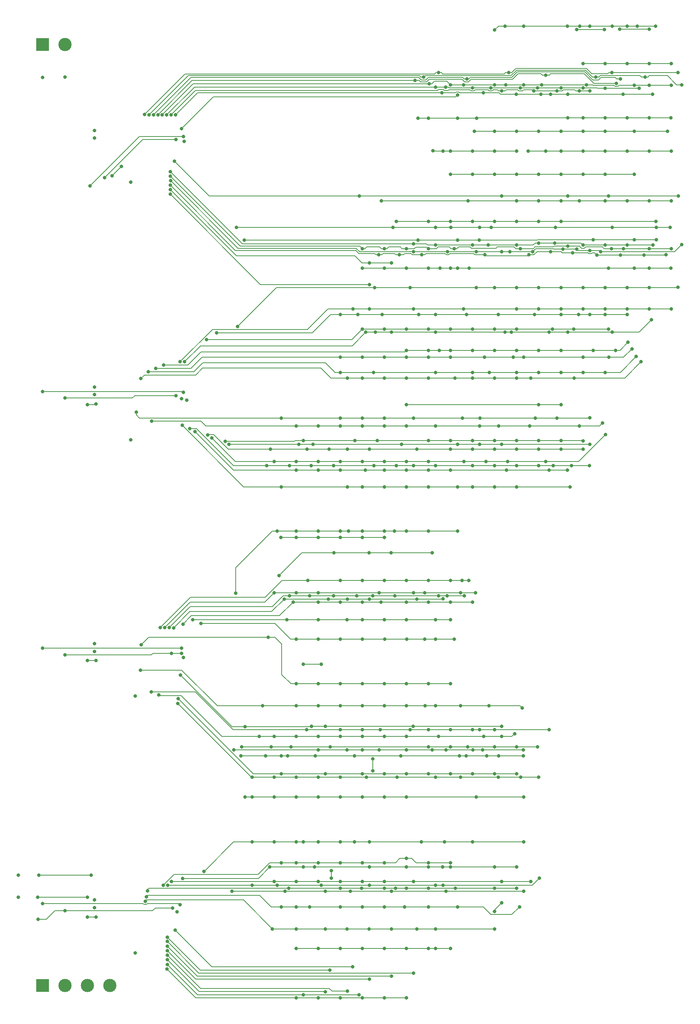
<source format=gbl>
G04 #@! TF.GenerationSoftware,KiCad,Pcbnew,7.0.9*
G04 #@! TF.CreationDate,2025-01-02T12:42:29+01:00*
G04 #@! TF.ProjectId,lightning-map,6c696768-746e-4696-9e67-2d6d61702e6b,rev?*
G04 #@! TF.SameCoordinates,Original*
G04 #@! TF.FileFunction,Copper,L4,Bot*
G04 #@! TF.FilePolarity,Positive*
%FSLAX46Y46*%
G04 Gerber Fmt 4.6, Leading zero omitted, Abs format (unit mm)*
G04 Created by KiCad (PCBNEW 7.0.9) date 2025-01-02 12:42:29*
%MOMM*%
%LPD*%
G01*
G04 APERTURE LIST*
G04 #@! TA.AperFunction,ComponentPad*
%ADD10R,3.000000X3.000000*%
G04 #@! TD*
G04 #@! TA.AperFunction,ComponentPad*
%ADD11C,3.000000*%
G04 #@! TD*
G04 #@! TA.AperFunction,ViaPad*
%ADD12C,0.800000*%
G04 #@! TD*
G04 #@! TA.AperFunction,Conductor*
%ADD13C,0.200000*%
G04 #@! TD*
G04 APERTURE END LIST*
D10*
X225000000Y-107000000D03*
D11*
X230080000Y-107000000D03*
D10*
X225000000Y-320000000D03*
D11*
X230080000Y-320000000D03*
X235160000Y-320000000D03*
X240240000Y-320000000D03*
D12*
X245000000Y-196500000D03*
X257700000Y-187500000D03*
X230100000Y-114350000D03*
X219550000Y-295000000D03*
X246000000Y-312650000D03*
X236750000Y-242600000D03*
X256955937Y-245763357D03*
X236750000Y-300650000D03*
X236750000Y-184500000D03*
X236750000Y-126450000D03*
X245000000Y-138150000D03*
X246000000Y-254500000D03*
X255544622Y-303344622D03*
X257150000Y-128900000D03*
X236750000Y-244400000D03*
X225000000Y-114400000D03*
X236750000Y-186265166D03*
X256550000Y-187200000D03*
X219550000Y-300000000D03*
X236750000Y-302400000D03*
X236750000Y-128150000D03*
X357500000Y-102800000D03*
X319075000Y-118399500D03*
X344000000Y-102800000D03*
X327500000Y-103700000D03*
X359800000Y-102800000D03*
X346800000Y-102800000D03*
X329800000Y-102800000D03*
X354100000Y-102800000D03*
X364000000Y-102800000D03*
X349100000Y-102800000D03*
X334100000Y-102800000D03*
X256500000Y-126000000D03*
X356600000Y-118200000D03*
X338000000Y-118200000D03*
X363300000Y-118200000D03*
X324900000Y-117900000D03*
X340200000Y-118200000D03*
X315512000Y-117900000D03*
X255179380Y-122912014D03*
X332400000Y-118200000D03*
X344100000Y-118200000D03*
X367500000Y-111300000D03*
X254180378Y-122880378D03*
X352500000Y-111300000D03*
X347500000Y-111300000D03*
X346700000Y-117500000D03*
X329100000Y-117500000D03*
X362500000Y-111300000D03*
X341600000Y-117500000D03*
X357500000Y-111300000D03*
X349100000Y-117500000D03*
X336400000Y-117500000D03*
X322500000Y-116799500D03*
X352500000Y-116899500D03*
X326600000Y-116800000D03*
X316400000Y-116600000D03*
X347500000Y-116800000D03*
X333300000Y-116800000D03*
X360200000Y-116899500D03*
X342500000Y-116800000D03*
X314100000Y-116600000D03*
X253151860Y-122919653D03*
X337200000Y-116800000D03*
X359100000Y-116200000D03*
X317500000Y-116100000D03*
X338100000Y-116100000D03*
X330000500Y-116100000D03*
X346100000Y-103600000D03*
X320400000Y-116100000D03*
X327500000Y-116100000D03*
X334075000Y-116100000D03*
X312638004Y-115882612D03*
X352400000Y-103600000D03*
X362500000Y-116200000D03*
X252150000Y-122900000D03*
X348300000Y-116100000D03*
X367500000Y-116200000D03*
X352500000Y-123600000D03*
X319100000Y-123700000D03*
X323400000Y-123700000D03*
X310100000Y-123700000D03*
X344100000Y-123600000D03*
X309400000Y-115141153D03*
X357500000Y-123600000D03*
X367400000Y-123600000D03*
X312500000Y-123700000D03*
X362500000Y-123600000D03*
X347500000Y-123600000D03*
X355100000Y-115800000D03*
X339100000Y-113899500D03*
X251150497Y-122900000D03*
X355800000Y-103500000D03*
X347500000Y-126600000D03*
X337500000Y-126600000D03*
X356000000Y-114741153D03*
X322900000Y-126600000D03*
X352500000Y-126600000D03*
X362500000Y-103500000D03*
X342500000Y-126600000D03*
X332500000Y-126600000D03*
X359100000Y-126600000D03*
X366700000Y-126600000D03*
X327500000Y-126600000D03*
X250150994Y-122900000D03*
X321200000Y-114741153D03*
X322500000Y-131100000D03*
X317500000Y-131100000D03*
X332500000Y-131100000D03*
X311400000Y-114341153D03*
X327500000Y-131100000D03*
X315800000Y-131100000D03*
X313538521Y-131014940D03*
X369900000Y-116100000D03*
X361566751Y-114340769D03*
X350400000Y-114341153D03*
X249151491Y-122900000D03*
X352500000Y-131100000D03*
X369000000Y-113342153D03*
X357500000Y-131100000D03*
X248157463Y-122795529D03*
X354075000Y-113342153D03*
X342500000Y-131100000D03*
X339100000Y-131100000D03*
X362500000Y-131100000D03*
X330700000Y-113342153D03*
X335100000Y-131100000D03*
X314800000Y-113342153D03*
X347500000Y-131100000D03*
X367500000Y-131100000D03*
X364100000Y-148400000D03*
X268950000Y-148400000D03*
X354100000Y-148400000D03*
X317600000Y-148400000D03*
X326700000Y-148400000D03*
X324100000Y-148400000D03*
X304400000Y-148400000D03*
X314100000Y-148400000D03*
X367300000Y-148400000D03*
X341300000Y-148400000D03*
X342500000Y-136400000D03*
X327500000Y-136400000D03*
X349800000Y-151200000D03*
X317500000Y-136400000D03*
X324000000Y-151300000D03*
X310100000Y-151300000D03*
X359100000Y-136400000D03*
X337500000Y-136400000D03*
X319100000Y-151300000D03*
X347500000Y-136400000D03*
X352500000Y-136400000D03*
X322500000Y-136400000D03*
X359100000Y-151200000D03*
X332500000Y-136400000D03*
X364100000Y-151200000D03*
X270750000Y-151300000D03*
X346700000Y-142400000D03*
X362500000Y-142400000D03*
X342500000Y-142400000D03*
X332500000Y-142400000D03*
X337500000Y-142400000D03*
X299100000Y-161300000D03*
X352500000Y-142400000D03*
X301800000Y-142400000D03*
X357500000Y-142400000D03*
X321500000Y-142400000D03*
X253955095Y-140847997D03*
X367500000Y-142400000D03*
X254000000Y-139849503D03*
X304100000Y-156400000D03*
X332500000Y-147000000D03*
X364037000Y-147000000D03*
X299100000Y-156400000D03*
X317500000Y-147000000D03*
X305200000Y-147000000D03*
X337500000Y-147000000D03*
X322500000Y-147000000D03*
X342500000Y-147000000D03*
X312500000Y-147000000D03*
X327500000Y-147000000D03*
X254000000Y-138850000D03*
X311000000Y-154600000D03*
X366300000Y-154599500D03*
X305900000Y-154599500D03*
X325300000Y-154600000D03*
X340204443Y-153899500D03*
X345200000Y-154100000D03*
X350700000Y-154606755D03*
X335232188Y-154599500D03*
X356000000Y-154606755D03*
X301200000Y-154599500D03*
X361300000Y-154606755D03*
X336100000Y-153900000D03*
X351500000Y-153900000D03*
X254030692Y-137819438D03*
X323300000Y-153900000D03*
X346100000Y-153300000D03*
X309100000Y-153900000D03*
X316800000Y-153900000D03*
X330900000Y-153900000D03*
X369900000Y-152300000D03*
X329109358Y-153900921D03*
X349100000Y-153600000D03*
X343000000Y-153299500D03*
X307500000Y-153200000D03*
X354000000Y-153200000D03*
X356700000Y-153200000D03*
X344075000Y-152599500D03*
X333300000Y-153200000D03*
X297500000Y-153200000D03*
X362500000Y-153200000D03*
X312500000Y-153200000D03*
X302500000Y-153200000D03*
X254000000Y-136799503D03*
X318300000Y-153200000D03*
X367500000Y-153200000D03*
X322500000Y-152400000D03*
X309075000Y-152100000D03*
X332500000Y-152400000D03*
X325999500Y-152400000D03*
X314100000Y-152400000D03*
X352500000Y-152400000D03*
X337500000Y-151900000D03*
X341100000Y-151900000D03*
X363400000Y-152400000D03*
X347500000Y-152400000D03*
X254000000Y-135800000D03*
X357500000Y-152400000D03*
X297500000Y-157600000D03*
X312500000Y-157600000D03*
X317500000Y-157600000D03*
X353300000Y-141300000D03*
X307500000Y-157600000D03*
X344100000Y-141300000D03*
X254900000Y-133400000D03*
X315100000Y-157600000D03*
X319100000Y-157600000D03*
X329100000Y-141300000D03*
X359100000Y-157600000D03*
X296800000Y-141300000D03*
X367400000Y-157600000D03*
X369100000Y-141300000D03*
X353300000Y-157600000D03*
X321700000Y-157600000D03*
X302500000Y-157600000D03*
X362500000Y-157600000D03*
X314100000Y-172100000D03*
X339800000Y-172100000D03*
X298300000Y-172100000D03*
X329800000Y-172100000D03*
X304100000Y-172100000D03*
X331300000Y-172100000D03*
X354100000Y-172100000D03*
X363000000Y-169300000D03*
X257225000Y-178775000D03*
X300500000Y-172100000D03*
X344100000Y-172100000D03*
X332500000Y-162000000D03*
X342500000Y-162000000D03*
X362500000Y-162000000D03*
X357500000Y-162000000D03*
X352500000Y-162000000D03*
X337500000Y-162000000D03*
X269250000Y-170800500D03*
X369000000Y-161900000D03*
X300300000Y-162000000D03*
X327500000Y-162000000D03*
X347500000Y-162000000D03*
X308300000Y-162000000D03*
X323300000Y-162000000D03*
X357500000Y-166800000D03*
X367500000Y-166800000D03*
X337500000Y-166800000D03*
X347500000Y-166800000D03*
X332500000Y-166800000D03*
X299100000Y-166800000D03*
X342500000Y-166800000D03*
X320400000Y-166800000D03*
X352500000Y-166800000D03*
X256205025Y-178805025D03*
X309100000Y-166800000D03*
X295400000Y-166800000D03*
X362500000Y-166800000D03*
X322500000Y-171400500D03*
X307500000Y-171400500D03*
X302500000Y-171400500D03*
X353300000Y-171400500D03*
X317500000Y-171400500D03*
X345400000Y-171400500D03*
X327500000Y-171400500D03*
X312500000Y-171400500D03*
X262200000Y-173800000D03*
X297500000Y-171400500D03*
X332500000Y-171400500D03*
X340600000Y-171400500D03*
X328300000Y-168100000D03*
X352500000Y-168100000D03*
X310300000Y-168100000D03*
X357500000Y-168100000D03*
X342500000Y-168100000D03*
X336500000Y-168100000D03*
X349100000Y-168100000D03*
X264450000Y-172250000D03*
X321100000Y-168100000D03*
X296500000Y-168100000D03*
X292500000Y-168100000D03*
X314100000Y-168100000D03*
X346500000Y-168100000D03*
X302000000Y-168100000D03*
X342500000Y-176200000D03*
X349800000Y-176200000D03*
X314900000Y-176200000D03*
X307500000Y-176200000D03*
X354900000Y-176200000D03*
X317500000Y-176200000D03*
X357700000Y-174400000D03*
X322500000Y-176200000D03*
X312500000Y-176200000D03*
X337500000Y-176200000D03*
X332500000Y-176200000D03*
X327500000Y-176200000D03*
X252455378Y-179555378D03*
X302500000Y-177800000D03*
X353400000Y-177800000D03*
X307500000Y-177800000D03*
X347500000Y-177800000D03*
X331700000Y-177800000D03*
X250686109Y-180336109D03*
X334100000Y-177800000D03*
X297500000Y-177800000D03*
X358600000Y-175900000D03*
X317500000Y-177800000D03*
X292500000Y-177800000D03*
X325200000Y-177800000D03*
X312500000Y-177800000D03*
X332500000Y-181200000D03*
X347500000Y-181200000D03*
X314100000Y-181200000D03*
X337500000Y-181200000D03*
X292500000Y-181200000D03*
X322500000Y-181200000D03*
X352500000Y-181200000D03*
X300000000Y-181200000D03*
X326300000Y-181200000D03*
X342500000Y-181200000D03*
X359600000Y-177600000D03*
X248966487Y-181066487D03*
X360700000Y-178800000D03*
X318500000Y-182500000D03*
X327500000Y-182500000D03*
X322500000Y-182500000D03*
X335700000Y-182500000D03*
X297500000Y-182500000D03*
X332500000Y-182500000D03*
X302500000Y-182500000D03*
X312500000Y-182500000D03*
X307500000Y-182500000D03*
X247325000Y-182575000D03*
X294100000Y-182500000D03*
X345500000Y-182500000D03*
X349100000Y-197514024D03*
X283100000Y-197514024D03*
X267250000Y-197500000D03*
X307500000Y-188500000D03*
X337500000Y-188500000D03*
X319100000Y-197514024D03*
X329100000Y-197514024D03*
X324100000Y-197514024D03*
X286300000Y-197514024D03*
X306400000Y-197514024D03*
X342500000Y-188500000D03*
X309100000Y-191522285D03*
X341600000Y-191522285D03*
X336700000Y-191522285D03*
X349100000Y-191500000D03*
X246250000Y-190200000D03*
X297500000Y-191522285D03*
X320200000Y-191522285D03*
X292500000Y-191522285D03*
X302500000Y-191522285D03*
X324200000Y-191522285D03*
X279100000Y-191522285D03*
X249730482Y-192219518D03*
X335400000Y-193300000D03*
X297500000Y-193300000D03*
X346700000Y-193300000D03*
X314100000Y-193300000D03*
X282500000Y-193300000D03*
X324100000Y-193300000D03*
X328400000Y-193300000D03*
X307500000Y-193300000D03*
X302500000Y-193300000D03*
X292500000Y-193300000D03*
X287500000Y-193300000D03*
X351900000Y-192700000D03*
X295800000Y-196672285D03*
X332500000Y-196672285D03*
X327500000Y-196672285D03*
X337500000Y-196672285D03*
X284100000Y-196672285D03*
X347500000Y-196700000D03*
X300900000Y-196672285D03*
X266450000Y-196800000D03*
X342500000Y-196672285D03*
X312500000Y-196672285D03*
X317500000Y-196672285D03*
X322500000Y-196672285D03*
X307500000Y-201400000D03*
X282500000Y-201400000D03*
X287500000Y-201400000D03*
X339100000Y-201400000D03*
X312500000Y-201400000D03*
X292500000Y-201400000D03*
X297500000Y-201400000D03*
X330400000Y-201400000D03*
X277500000Y-201400000D03*
X302500000Y-201400000D03*
X320500000Y-201400000D03*
X325500000Y-201400000D03*
X352600000Y-195300000D03*
X263350000Y-196050000D03*
X294100000Y-198600000D03*
X276700000Y-198600000D03*
X285000000Y-198600000D03*
X342500000Y-198600000D03*
X322500000Y-198600000D03*
X290000000Y-198600000D03*
X299100000Y-198600000D03*
X317500000Y-198600000D03*
X262450000Y-195350000D03*
X309900000Y-198600000D03*
X327500000Y-198600000D03*
X347500000Y-198600000D03*
X332500000Y-198600000D03*
X337500000Y-198600000D03*
X339800000Y-203300000D03*
X292500000Y-203300000D03*
X317500000Y-203300000D03*
X287500000Y-203300000D03*
X344000000Y-203300000D03*
X312500000Y-203300000D03*
X282500000Y-203300000D03*
X259600000Y-194645067D03*
X302500000Y-203300000D03*
X298200000Y-203300000D03*
X307500000Y-203300000D03*
X330200000Y-203300000D03*
X327500000Y-202300000D03*
X285900000Y-202300000D03*
X291000000Y-202300000D03*
X314100000Y-202300000D03*
X322500000Y-202300000D03*
X349000000Y-202300000D03*
X332500000Y-202300000D03*
X300100000Y-202300000D03*
X309100000Y-202300000D03*
X281000000Y-202300000D03*
X275800000Y-202300000D03*
X344900000Y-202300000D03*
X340800000Y-202300000D03*
X337500000Y-202300000D03*
X305200000Y-202300000D03*
X258384811Y-193945567D03*
X256650000Y-193200000D03*
X322500000Y-207100000D03*
X297500000Y-207100000D03*
X279100000Y-207100000D03*
X344600000Y-207100000D03*
X327500000Y-207100000D03*
X307500000Y-207100000D03*
X302500000Y-207100000D03*
X319100000Y-207100000D03*
X312500000Y-207100000D03*
X294100000Y-207100000D03*
X332500000Y-207100000D03*
X279800000Y-232500000D03*
X294075000Y-232500000D03*
X299100000Y-232500000D03*
X292500000Y-218600000D03*
X279075000Y-218600000D03*
X297500000Y-218600000D03*
X287500000Y-218600000D03*
X289812500Y-232500000D03*
X309900000Y-232500000D03*
X254700000Y-239050000D03*
X302500000Y-218600000D03*
X315800000Y-232492745D03*
X282500000Y-218600000D03*
X282500000Y-217100000D03*
X287500000Y-217100000D03*
X307500000Y-217100000D03*
X297500000Y-217100000D03*
X292500000Y-217100000D03*
X319100000Y-217100000D03*
X278200000Y-217100000D03*
X312500000Y-217100000D03*
X284100000Y-247300000D03*
X302500000Y-217100000D03*
X304800000Y-217100000D03*
X268800000Y-231200000D03*
X288200000Y-247300000D03*
X294400000Y-217100000D03*
X304900000Y-231792745D03*
X253701879Y-238997467D03*
X314800000Y-231793245D03*
X291000000Y-231793245D03*
X316700000Y-231793245D03*
X320600000Y-231792745D03*
X281000000Y-231793245D03*
X285594622Y-231794622D03*
X296200000Y-231793245D03*
X299900000Y-231793245D03*
X301300000Y-231093245D03*
X323193245Y-231093245D03*
X287500000Y-231093245D03*
X319800000Y-231093245D03*
X277500000Y-231093245D03*
X311600000Y-231093245D03*
X252702405Y-239005071D03*
X282500000Y-231093245D03*
X309100000Y-231093245D03*
X251700000Y-238950000D03*
X302500000Y-228300000D03*
X320100000Y-228300000D03*
X292500000Y-228300000D03*
X317500000Y-228300000D03*
X312500000Y-228300000D03*
X307500000Y-228300000D03*
X285100000Y-228300000D03*
X321600000Y-228300000D03*
X297500000Y-228300000D03*
X307500000Y-233200000D03*
X256850000Y-238200000D03*
X312500000Y-233200000D03*
X317500000Y-233200000D03*
X287500000Y-233200000D03*
X322500000Y-233200000D03*
X281800000Y-233200000D03*
X301700000Y-233200000D03*
X297500000Y-233200000D03*
X292500000Y-233200000D03*
X297500000Y-237224006D03*
X302500000Y-237224006D03*
X307500000Y-237224006D03*
X259025994Y-237224006D03*
X314100000Y-237224006D03*
X317500000Y-237224006D03*
X287500000Y-237224006D03*
X280400000Y-237224006D03*
X294000000Y-237224006D03*
X292500000Y-241600000D03*
X302600000Y-241600000D03*
X297500000Y-241600000D03*
X287500000Y-241600000D03*
X307600000Y-241600000D03*
X260900000Y-238050000D03*
X318300000Y-241600000D03*
X314100000Y-241600000D03*
X282500000Y-241600000D03*
X311600000Y-241600000D03*
X313300000Y-222000000D03*
X291100000Y-222000000D03*
X299000000Y-222000000D03*
X292500000Y-251700000D03*
X287500000Y-251700000D03*
X302500000Y-251700000D03*
X247400000Y-242900000D03*
X276200000Y-241199500D03*
X307500000Y-251700000D03*
X317500000Y-251700000D03*
X282500000Y-251700000D03*
X297500000Y-251700000D03*
X278600000Y-227200000D03*
X304037000Y-222000000D03*
X312500000Y-251700000D03*
X286800000Y-268000000D03*
X279100000Y-268000000D03*
X280600000Y-268000000D03*
X325700000Y-268000000D03*
X328400000Y-268000000D03*
X270000000Y-268000000D03*
X321000000Y-268000000D03*
X319500000Y-268000000D03*
X275600000Y-268000000D03*
X306200000Y-268000000D03*
X295700000Y-268000000D03*
X334000000Y-268000000D03*
X292500000Y-256700000D03*
X314100000Y-256700000D03*
X319800000Y-256700000D03*
X326200000Y-256700000D03*
X282500000Y-256700000D03*
X274900000Y-256700000D03*
X302500000Y-256700000D03*
X307500000Y-256700000D03*
X297500000Y-256700000D03*
X299900500Y-268700000D03*
X299900000Y-271400500D03*
X311700000Y-256700000D03*
X247200000Y-248600000D03*
X287500000Y-256700000D03*
X333700000Y-257200000D03*
X322500000Y-262100000D03*
X284900000Y-262100000D03*
X324100000Y-262100000D03*
X297500000Y-262100000D03*
X317500000Y-262100000D03*
X308300000Y-262100000D03*
X327500000Y-262100000D03*
X339800000Y-262100000D03*
X312500000Y-262100000D03*
X292500000Y-262100000D03*
X301600000Y-262100000D03*
X249659065Y-253550000D03*
X274100000Y-263600000D03*
X297500000Y-263600000D03*
X287500000Y-263600000D03*
X282500000Y-263600000D03*
X277500000Y-263600000D03*
X302500000Y-263600000D03*
X251349154Y-254250846D03*
X325000000Y-263600000D03*
X292500000Y-263600000D03*
X307500000Y-263600000D03*
X314800000Y-263600000D03*
X329100000Y-263600000D03*
X332000000Y-263000000D03*
X290200000Y-266000000D03*
X332500000Y-266000000D03*
X327500000Y-266000000D03*
X321400000Y-266000000D03*
X281300000Y-266000000D03*
X337200000Y-266000000D03*
X312500000Y-266000000D03*
X270150000Y-266000000D03*
X276800000Y-266000000D03*
X317500000Y-266000000D03*
X297500000Y-266700000D03*
X324800000Y-266700000D03*
X287500000Y-266700000D03*
X313300000Y-266700000D03*
X307500000Y-266700000D03*
X301300000Y-266700000D03*
X294000000Y-266700000D03*
X316500000Y-266699500D03*
X268389244Y-266700000D03*
X322538000Y-266700000D03*
X334000000Y-266700000D03*
X333400000Y-272806755D03*
X292500000Y-272806755D03*
X272500000Y-272806755D03*
X305400000Y-272806755D03*
X287500000Y-272806755D03*
X328300000Y-272806755D03*
X314100000Y-272806755D03*
X319800000Y-272806755D03*
X282500000Y-272806755D03*
X277500000Y-272806755D03*
X255675000Y-256125000D03*
X337500000Y-272800000D03*
X298400000Y-272806755D03*
X297500000Y-272100000D03*
X327500000Y-272100000D03*
X289100000Y-272100000D03*
X332500000Y-272100000D03*
X317500000Y-272100000D03*
X302500000Y-272100000D03*
X322500000Y-272100000D03*
X307500000Y-272100000D03*
X279100000Y-272100000D03*
X312500000Y-272100000D03*
X255750000Y-255050000D03*
X297500000Y-277300000D03*
X282500000Y-277300000D03*
X334100000Y-277300000D03*
X272500000Y-277300000D03*
X292500000Y-277300000D03*
X323300000Y-277300000D03*
X256300000Y-249750000D03*
X309000000Y-261300000D03*
X286000000Y-261300000D03*
X287500000Y-277300000D03*
X329037000Y-261300000D03*
X307500000Y-277300000D03*
X302500000Y-277300000D03*
X270950000Y-261400000D03*
X277500000Y-277300000D03*
X270950000Y-277300000D03*
X289100000Y-261300000D03*
X278200000Y-297300000D03*
X299100000Y-297300000D03*
X288200000Y-297300000D03*
X314100000Y-297300000D03*
X337600000Y-295700000D03*
X272500000Y-297300000D03*
X253350000Y-297300000D03*
X315800000Y-297300000D03*
X287500000Y-287500000D03*
X261625000Y-294150500D03*
X272500000Y-287500000D03*
X322500000Y-287500000D03*
X277500000Y-287500000D03*
X334100000Y-287500000D03*
X284100000Y-287500000D03*
X295700000Y-287500000D03*
X310900000Y-287500000D03*
X292500000Y-287500000D03*
X282500000Y-287500000D03*
X299100000Y-287500000D03*
X316100000Y-287500000D03*
X252350000Y-297300000D03*
X292500000Y-292200000D03*
X287500000Y-292200000D03*
X282500000Y-292200000D03*
X317500000Y-292200000D03*
X312500000Y-292200000D03*
X297500000Y-292200000D03*
X302500000Y-292200000D03*
X307500000Y-291200000D03*
X279100000Y-292200000D03*
X254250000Y-296500000D03*
X309100000Y-296500000D03*
X277500000Y-296500000D03*
X297500000Y-296500000D03*
X335700000Y-296500000D03*
X282500000Y-296500000D03*
X292500000Y-296500000D03*
X287500000Y-296500000D03*
X302500000Y-296500000D03*
X329100000Y-296500000D03*
X284100000Y-293200000D03*
X317500000Y-293200000D03*
X312500000Y-293200000D03*
X332500000Y-293200000D03*
X256800000Y-295750000D03*
X307500000Y-293200000D03*
X315700000Y-293200000D03*
X286700000Y-293200000D03*
X327500000Y-293200000D03*
X299100000Y-293200000D03*
X276500000Y-293200000D03*
X280800000Y-298000000D03*
X318600000Y-298000000D03*
X297300000Y-298000000D03*
X305000000Y-298000000D03*
X248800000Y-298600000D03*
X332500000Y-298000000D03*
X302500000Y-298000000D03*
X307500000Y-298000000D03*
X312500000Y-298000000D03*
X292500000Y-298000000D03*
X327500000Y-298000000D03*
X292500000Y-302200000D03*
X248550000Y-299950000D03*
X285600000Y-302200000D03*
X282500000Y-302200000D03*
X307100000Y-302200000D03*
X297500000Y-302200000D03*
X279100000Y-302200000D03*
X312500000Y-302200000D03*
X302500000Y-302200000D03*
X319100000Y-302200000D03*
X333100000Y-302200000D03*
X327500000Y-303200000D03*
X289100000Y-307200000D03*
X277100000Y-307200000D03*
X294000000Y-307200000D03*
X314100000Y-307200000D03*
X290500000Y-295700000D03*
X282500000Y-307200000D03*
X290500000Y-294000000D03*
X327500000Y-307200000D03*
X329100000Y-301300000D03*
X304100000Y-307200000D03*
X299000000Y-307200000D03*
X248295633Y-300916593D03*
X309900000Y-307200000D03*
X316500000Y-298699500D03*
X289100000Y-298699500D03*
X297500000Y-311594622D03*
X307500000Y-311594622D03*
X280000000Y-298699500D03*
X267950000Y-298699000D03*
X317500000Y-311600000D03*
X294800000Y-298699500D03*
X312500000Y-311594622D03*
X287500000Y-311594622D03*
X282500000Y-311594622D03*
X314100000Y-311594622D03*
X304100000Y-298699500D03*
X334100000Y-298700000D03*
X292500000Y-311594622D03*
X302500000Y-311594622D03*
X292500000Y-322800000D03*
X297500000Y-322800000D03*
X307500000Y-322800000D03*
X282500000Y-322800000D03*
X287500000Y-322800000D03*
X253250000Y-316300000D03*
X302500000Y-322800000D03*
X225000000Y-301500000D03*
X235800000Y-138950000D03*
X225000000Y-243650000D03*
X256950000Y-185700000D03*
X256150000Y-301750000D03*
X256500000Y-243650000D03*
X256900000Y-127800000D03*
X225000000Y-185550000D03*
X254244622Y-244844622D03*
X254450000Y-302450000D03*
X255250000Y-128500000D03*
X230080000Y-245150000D03*
X239050000Y-137150000D03*
X230080000Y-187000000D03*
X256550000Y-244850000D03*
X255250000Y-186450000D03*
X230080000Y-303100000D03*
X224000000Y-305000000D03*
X237100000Y-246432832D03*
X240800000Y-136700000D03*
X235160000Y-300000000D03*
X235160000Y-188550000D03*
X237100000Y-304499500D03*
X235160000Y-304500000D03*
X237100000Y-188366166D03*
X242900000Y-134600000D03*
X223950000Y-300000000D03*
X235160000Y-246450000D03*
X236050000Y-295000000D03*
X224150000Y-295000000D03*
X253300000Y-315250000D03*
X284100000Y-322100000D03*
X296732162Y-322100500D03*
X253300000Y-314200000D03*
X289100000Y-321400000D03*
X294100000Y-321300000D03*
X253300000Y-313150000D03*
X253300000Y-312150000D03*
X299100000Y-318600000D03*
X304100000Y-317900000D03*
X253300000Y-311100000D03*
X309100000Y-317200000D03*
X253300000Y-310050000D03*
X253300000Y-309050000D03*
X290100000Y-316500500D03*
X255100000Y-307500000D03*
X295300000Y-315800000D03*
D13*
X328400000Y-102800000D02*
X329800000Y-102800000D01*
X354100000Y-102800000D02*
X357500000Y-102800000D01*
X256500000Y-126000000D02*
X263700000Y-118800000D01*
X346800000Y-102800000D02*
X349100000Y-102800000D01*
X334100000Y-102800000D02*
X344000000Y-102800000D01*
X349100000Y-102800000D02*
X354100000Y-102800000D01*
X359800000Y-102800000D02*
X364000000Y-102800000D01*
X263700000Y-118800000D02*
X318674500Y-118800000D01*
X357500000Y-102800000D02*
X359800000Y-102800000D01*
X344000000Y-102800000D02*
X346800000Y-102800000D01*
X327500000Y-103700000D02*
X328400000Y-102800000D01*
X329800000Y-102800000D02*
X334100000Y-102800000D01*
X318674500Y-118800000D02*
X319075000Y-118399500D01*
X319565450Y-117900000D02*
X324900000Y-117900000D01*
X340200000Y-118200000D02*
X338000000Y-118200000D01*
X344100000Y-118200000D02*
X340200000Y-118200000D01*
X319364950Y-117699500D02*
X319565450Y-117900000D01*
X318584550Y-117900000D02*
X318785050Y-117699500D01*
X318785050Y-117699500D02*
X319364950Y-117699500D01*
X332400000Y-118200000D02*
X338000000Y-118200000D01*
X332400000Y-118200000D02*
X328810050Y-118200000D01*
X356600000Y-118200000D02*
X344100000Y-118200000D01*
X260200000Y-117900000D02*
X318584550Y-117900000D01*
X328510050Y-117900000D02*
X324900000Y-117900000D01*
X255187986Y-122912014D02*
X260200000Y-117900000D01*
X363300000Y-118200000D02*
X356600000Y-118200000D01*
X328810050Y-118200000D02*
X328510050Y-117900000D01*
X255179380Y-122912014D02*
X255187986Y-122912014D01*
X328400000Y-117500000D02*
X329100000Y-117500000D01*
X345600000Y-117200000D02*
X345900000Y-117500000D01*
X259660756Y-117400000D02*
X314500000Y-117400000D01*
X345900000Y-117500000D02*
X346700000Y-117500000D01*
X367500000Y-111300000D02*
X362500000Y-111300000D01*
X314800000Y-117100000D02*
X315800000Y-117100000D01*
X330100000Y-117200000D02*
X332710050Y-117200000D01*
X333794975Y-117500000D02*
X334094975Y-117200000D01*
X346700000Y-117500000D02*
X349100000Y-117500000D01*
X315800000Y-117100000D02*
X316100000Y-117400000D01*
X317044365Y-117200000D02*
X321910550Y-117200000D01*
X334094975Y-117200000D02*
X336100000Y-117200000D01*
X329100000Y-117500000D02*
X329800000Y-117500000D01*
X316100000Y-117400000D02*
X316844365Y-117400000D01*
X341600000Y-117500000D02*
X342789950Y-117500000D01*
X326889950Y-117500000D02*
X327189950Y-117200000D01*
X362500000Y-111300000D02*
X357500000Y-111300000D01*
X254180378Y-122880378D02*
X259660756Y-117400000D01*
X326310050Y-117500000D02*
X326889950Y-117500000D01*
X328100000Y-117200000D02*
X328400000Y-117500000D01*
X357500000Y-111300000D02*
X352500000Y-111300000D01*
X352500000Y-111300000D02*
X347500000Y-111300000D01*
X326010050Y-117200000D02*
X326310050Y-117500000D01*
X316844365Y-117400000D02*
X317044365Y-117200000D01*
X336400000Y-117500000D02*
X341600000Y-117500000D01*
X327189950Y-117200000D02*
X328100000Y-117200000D01*
X343089950Y-117200000D02*
X345600000Y-117200000D01*
X322789950Y-117499500D02*
X323089450Y-117200000D01*
X333010050Y-117500000D02*
X333794975Y-117500000D01*
X323089450Y-117200000D02*
X326010050Y-117200000D01*
X342789950Y-117500000D02*
X343089950Y-117200000D01*
X314500000Y-117400000D02*
X314800000Y-117100000D01*
X321910550Y-117200000D02*
X322210050Y-117499500D01*
X329800000Y-117500000D02*
X330100000Y-117200000D01*
X322210050Y-117499500D02*
X322789950Y-117499500D01*
X332710050Y-117200000D02*
X333010050Y-117500000D01*
X336100000Y-117200000D02*
X336400000Y-117500000D01*
X352499500Y-116900000D02*
X352500000Y-116899500D01*
X350800000Y-116900000D02*
X352499500Y-116900000D01*
X360200000Y-116899500D02*
X352500000Y-116899500D01*
X253151860Y-122919653D02*
X259471513Y-116600000D01*
X326600000Y-116800000D02*
X333300000Y-116800000D01*
X314100000Y-116600000D02*
X316400000Y-116600000D01*
X317210050Y-116800000D02*
X317010050Y-116600000D01*
X322500000Y-116799500D02*
X322499500Y-116800000D01*
X322500500Y-116800000D02*
X326600000Y-116800000D01*
X337200000Y-116800000D02*
X342500000Y-116800000D01*
X322500000Y-116799500D02*
X322500500Y-116800000D01*
X259471513Y-116600000D02*
X314100000Y-116600000D01*
X342500000Y-116800000D02*
X347500000Y-116800000D01*
X347500000Y-116800000D02*
X350700000Y-116800000D01*
X322499500Y-116800000D02*
X317210050Y-116800000D01*
X333300000Y-116800000D02*
X337200000Y-116800000D01*
X350700000Y-116800000D02*
X350800000Y-116900000D01*
X317010050Y-116600000D02*
X316400000Y-116600000D01*
X316641653Y-115241653D02*
X317500000Y-116100000D01*
X362500000Y-116200000D02*
X367500000Y-116200000D01*
X327500000Y-116100000D02*
X320400000Y-116100000D01*
X334075000Y-116100000D02*
X330000500Y-116100000D01*
X349802943Y-116200000D02*
X354510050Y-116200000D01*
X348300000Y-116100000D02*
X349702942Y-116100000D01*
X259150000Y-115900000D02*
X312620616Y-115900000D01*
X348300000Y-116100000D02*
X338100000Y-116100000D01*
X252150000Y-122900000D02*
X259150000Y-115900000D01*
X313858347Y-115241653D02*
X316641653Y-115241653D01*
X352400000Y-103600000D02*
X346100000Y-103600000D01*
X349702942Y-116100000D02*
X349802943Y-116200000D01*
X313217388Y-115882612D02*
X313858347Y-115241653D01*
X338100000Y-116100000D02*
X334075000Y-116100000D01*
X362500000Y-116200000D02*
X359100000Y-116200000D01*
X330000500Y-116100000D02*
X327500000Y-116100000D01*
X354510050Y-116200000D02*
X354810050Y-116500000D01*
X354810050Y-116500000D02*
X355389950Y-116500000D01*
X355689950Y-116200000D02*
X359100000Y-116200000D01*
X355389950Y-116500000D02*
X355689950Y-116200000D01*
X312638004Y-115882612D02*
X313217388Y-115882612D01*
X320400000Y-116100000D02*
X317500000Y-116100000D01*
X347768628Y-113600000D02*
X340200000Y-113600000D01*
X323400000Y-123700000D02*
X323500000Y-123600000D01*
X331539710Y-114841653D02*
X322124032Y-114841653D01*
X338000000Y-113600000D02*
X332781363Y-113600000D01*
X349968628Y-115800000D02*
X347768628Y-113600000D01*
X321524532Y-115441153D02*
X320675467Y-115441153D01*
X344100000Y-123600000D02*
X347500000Y-123600000D01*
X310368628Y-115100000D02*
X309441153Y-115100000D01*
X312090219Y-115441153D02*
X310709782Y-115441153D01*
X251150497Y-122900000D02*
X258909344Y-115141153D01*
X338299500Y-113899500D02*
X338000000Y-113600000D01*
X320075967Y-114841653D02*
X312689719Y-114841653D01*
X362500000Y-123600000D02*
X367400000Y-123600000D01*
X310709782Y-115441153D02*
X310368628Y-115100000D01*
X339100000Y-113899500D02*
X338299500Y-113899500D01*
X347500000Y-123600000D02*
X352500000Y-123600000D01*
X309441153Y-115100000D02*
X309400000Y-115141153D01*
X322124032Y-114841653D02*
X321524532Y-115441153D01*
X312500000Y-123700000D02*
X319100000Y-123700000D01*
X339900500Y-113899500D02*
X339100000Y-113899500D01*
X312500000Y-123700000D02*
X310100000Y-123700000D01*
X312689719Y-114841653D02*
X312090219Y-115441153D01*
X320675467Y-115441153D02*
X320075967Y-114841653D01*
X332781363Y-113600000D02*
X331539710Y-114841653D01*
X340200000Y-113600000D02*
X339900500Y-113899500D01*
X352500000Y-123600000D02*
X357500000Y-123600000D01*
X258909344Y-115141153D02*
X309400000Y-115141153D01*
X355100000Y-115800000D02*
X349968628Y-115800000D01*
X357500000Y-123600000D02*
X362500000Y-123600000D01*
X323500000Y-123600000D02*
X344100000Y-123600000D01*
X319100000Y-123700000D02*
X323400000Y-123700000D01*
X320541153Y-114741153D02*
X321200000Y-114741153D01*
X355141153Y-114741153D02*
X354841653Y-114441653D01*
X351624033Y-114441653D02*
X351024533Y-115041153D01*
X250150994Y-122900000D02*
X258609341Y-114441653D01*
X347934314Y-113200000D02*
X332615678Y-113200000D01*
X354841653Y-114441653D02*
X351624033Y-114441653D01*
X327500000Y-126600000D02*
X332500000Y-126600000D01*
X337500000Y-126600000D02*
X342500000Y-126600000D01*
X310275967Y-114441653D02*
X310875467Y-115041153D01*
X349775467Y-115041153D02*
X347934314Y-113200000D01*
X322900000Y-126600000D02*
X327500000Y-126600000D01*
X351024533Y-115041153D02*
X349775467Y-115041153D01*
X331374024Y-114441653D02*
X321958347Y-114441653D01*
X342500000Y-126600000D02*
X347500000Y-126600000D01*
X310875467Y-115041153D02*
X311924533Y-115041153D01*
X352500000Y-126600000D02*
X359100000Y-126600000D01*
X258609341Y-114441653D02*
X310275967Y-114441653D01*
X321958347Y-114441653D02*
X321658847Y-114741153D01*
X320241653Y-114441653D02*
X320541153Y-114741153D01*
X347500000Y-126600000D02*
X352500000Y-126600000D01*
X359100000Y-126600000D02*
X366700000Y-126600000D01*
X321658847Y-114741153D02*
X321200000Y-114741153D01*
X356000000Y-114741153D02*
X355141153Y-114741153D01*
X332615678Y-113200000D02*
X331374024Y-114441653D01*
X332500000Y-126600000D02*
X337500000Y-126600000D01*
X312524033Y-114441653D02*
X320241653Y-114441653D01*
X311924533Y-115041153D02*
X312524033Y-114441653D01*
X362500000Y-103500000D02*
X355800000Y-103500000D01*
X349641153Y-114341153D02*
X348100000Y-112800000D01*
X317500000Y-131100000D02*
X322500000Y-131100000D01*
X351458347Y-114041653D02*
X351158847Y-114341153D01*
X327500000Y-131100000D02*
X332500000Y-131100000D01*
X331208339Y-114041653D02*
X311699500Y-114041653D01*
X310441653Y-114041653D02*
X310741153Y-114341153D01*
X249151491Y-122900000D02*
X258009838Y-114041653D01*
X362259231Y-114340769D02*
X361566751Y-114340769D01*
X351158847Y-114341153D02*
X350400000Y-114341153D01*
X350400000Y-114341153D02*
X349641153Y-114341153D01*
X361566751Y-114340769D02*
X360740769Y-114340769D01*
X313538521Y-131014940D02*
X313623581Y-131100000D01*
X311699500Y-114041653D02*
X311400000Y-114341153D01*
X348100000Y-112800000D02*
X332449992Y-112800000D01*
X360740769Y-114340769D02*
X360441653Y-114041653D01*
X360441653Y-114041653D02*
X351458347Y-114041653D01*
X366641653Y-114041653D02*
X362558347Y-114041653D01*
X369900000Y-116100000D02*
X368700000Y-116100000D01*
X362558347Y-114041653D02*
X362259231Y-114340769D01*
X313623581Y-131100000D02*
X315800000Y-131100000D01*
X322500000Y-131100000D02*
X327500000Y-131100000D01*
X332449992Y-112800000D02*
X331208339Y-114041653D01*
X258009838Y-114041653D02*
X310441653Y-114041653D01*
X310741153Y-114341153D02*
X311400000Y-114341153D01*
X368700000Y-116100000D02*
X366641653Y-114041653D01*
X315800000Y-131100000D02*
X317500000Y-131100000D01*
X257311339Y-113641653D02*
X313858347Y-113641653D01*
X357500000Y-131100000D02*
X362500000Y-131100000D01*
X335100000Y-131100000D02*
X339100000Y-131100000D01*
X352500000Y-131100000D02*
X357500000Y-131100000D01*
X315741653Y-113641653D02*
X329658347Y-113641653D01*
X353357847Y-113342153D02*
X353100000Y-113600000D01*
X349465686Y-113600000D02*
X348265685Y-112400000D01*
X369000000Y-113342153D02*
X354075000Y-113342153D01*
X248157463Y-122795529D02*
X257311339Y-113641653D01*
X348265685Y-112400000D02*
X332284306Y-112400000D01*
X347500000Y-131100000D02*
X352500000Y-131100000D01*
X314157847Y-113342153D02*
X314800000Y-113342153D01*
X314800000Y-113342153D02*
X315442153Y-113342153D01*
X329658347Y-113641653D02*
X329957847Y-113342153D01*
X339100000Y-131100000D02*
X342500000Y-131100000D01*
X353100000Y-113600000D02*
X349465686Y-113600000D01*
X331342153Y-113342153D02*
X330700000Y-113342153D01*
X342500000Y-131100000D02*
X347500000Y-131100000D01*
X329957847Y-113342153D02*
X330700000Y-113342153D01*
X362500000Y-131100000D02*
X367500000Y-131100000D01*
X354075000Y-113342153D02*
X353357847Y-113342153D01*
X313858347Y-113641653D02*
X314157847Y-113342153D01*
X315442153Y-113342153D02*
X315741653Y-113641653D01*
X332284306Y-112400000D02*
X331342153Y-113342153D01*
X304400000Y-148400000D02*
X314100000Y-148400000D01*
X364100000Y-148400000D02*
X367300000Y-148400000D01*
X317600000Y-148400000D02*
X324100000Y-148400000D01*
X314100000Y-148400000D02*
X317600000Y-148400000D01*
X268950000Y-148400000D02*
X304400000Y-148400000D01*
X324100000Y-148400000D02*
X326700000Y-148400000D01*
X354100000Y-148400000D02*
X364100000Y-148400000D01*
X341300000Y-148400000D02*
X354100000Y-148400000D01*
X326700000Y-148400000D02*
X341300000Y-148400000D01*
X317500000Y-136400000D02*
X322500000Y-136400000D01*
X310100000Y-151300000D02*
X319100000Y-151300000D01*
X359100000Y-136400000D02*
X352500000Y-136400000D01*
X349800000Y-151200000D02*
X337210050Y-151200000D01*
X349800000Y-151200000D02*
X359100000Y-151200000D01*
X337110050Y-151300000D02*
X324000000Y-151300000D01*
X327500000Y-136400000D02*
X332500000Y-136400000D01*
X359100000Y-151200000D02*
X364100000Y-151200000D01*
X270750000Y-151300000D02*
X310100000Y-151300000D01*
X332500000Y-136400000D02*
X337500000Y-136400000D01*
X352500000Y-136400000D02*
X347500000Y-136400000D01*
X342500000Y-136400000D02*
X347500000Y-136400000D01*
X322500000Y-136400000D02*
X327500000Y-136400000D01*
X319100000Y-151300000D02*
X324000000Y-151300000D01*
X337210050Y-151200000D02*
X337110050Y-151300000D01*
X337500000Y-136400000D02*
X342500000Y-136400000D01*
X301800000Y-142400000D02*
X321500000Y-142400000D01*
X274407098Y-161300000D02*
X299100000Y-161300000D01*
X346700000Y-142400000D02*
X352500000Y-142400000D01*
X321500000Y-142400000D02*
X332500000Y-142400000D01*
X357500000Y-142400000D02*
X362500000Y-142400000D01*
X342500000Y-142400000D02*
X346700000Y-142400000D01*
X337500000Y-142400000D02*
X342500000Y-142400000D01*
X352500000Y-142400000D02*
X357500000Y-142400000D01*
X253955095Y-140847997D02*
X274407098Y-161300000D01*
X332500000Y-142400000D02*
X337500000Y-142400000D01*
X362500000Y-142400000D02*
X367500000Y-142400000D01*
X299100000Y-156400000D02*
X304100000Y-156400000D01*
X295800000Y-154800000D02*
X297400000Y-156400000D01*
X317500000Y-147000000D02*
X322500000Y-147000000D01*
X254000000Y-139849503D02*
X268950497Y-154800000D01*
X342500000Y-147000000D02*
X364037000Y-147000000D01*
X305200000Y-147000000D02*
X312500000Y-147000000D01*
X327500000Y-147000000D02*
X332500000Y-147000000D01*
X312500000Y-147000000D02*
X317500000Y-147000000D01*
X297400000Y-156400000D02*
X299100000Y-156400000D01*
X332500000Y-147000000D02*
X337500000Y-147000000D01*
X322500000Y-147000000D02*
X327500000Y-147000000D01*
X337500000Y-147000000D02*
X342500000Y-147000000D01*
X268950497Y-154800000D02*
X295800000Y-154800000D01*
X317389950Y-154300000D02*
X317089950Y-154600000D01*
X345200000Y-154100000D02*
X348610050Y-154100000D01*
X302200000Y-154300000D02*
X301900500Y-154599500D01*
X348810050Y-154300000D02*
X349389950Y-154300000D01*
X325300000Y-154600000D02*
X323010050Y-154600000D01*
X300599500Y-154599500D02*
X301200000Y-154599500D01*
X323010050Y-154600000D02*
X322710050Y-154300000D01*
X301900500Y-154599500D02*
X301200000Y-154599500D01*
X308510050Y-154300000D02*
X308810050Y-154600000D01*
X296718629Y-154300000D02*
X300300000Y-154300000D01*
X335232188Y-154599500D02*
X335031688Y-154800000D01*
X356000000Y-154606755D02*
X361300000Y-154606755D01*
X340204443Y-153899500D02*
X340204943Y-153900000D01*
X342610550Y-153900000D02*
X342810550Y-154100000D01*
X305900000Y-154599500D02*
X306800500Y-154599500D01*
X322710050Y-154300000D02*
X317389950Y-154300000D01*
X316210050Y-154300000D02*
X311950000Y-154300000D01*
X296018628Y-153600000D02*
X296718629Y-154300000D01*
X268750000Y-153600000D02*
X296018628Y-153600000D01*
X335232188Y-154599500D02*
X336390450Y-154599500D01*
X304800000Y-154300000D02*
X302200000Y-154300000D01*
X316510050Y-154600000D02*
X316210050Y-154300000D01*
X300300000Y-154300000D02*
X300599500Y-154599500D01*
X306800500Y-154599500D02*
X307100000Y-154300000D01*
X325500000Y-154800000D02*
X325300000Y-154600000D01*
X340203943Y-153900000D02*
X340204443Y-153899500D01*
X311650000Y-154600000D02*
X311000000Y-154600000D01*
X350193245Y-154100000D02*
X350700000Y-154606755D01*
X308810050Y-154600000D02*
X311000000Y-154600000D01*
X305900000Y-154599500D02*
X305099500Y-154599500D01*
X340204943Y-153900000D02*
X342610550Y-153900000D01*
X348610050Y-154100000D02*
X348810050Y-154300000D01*
X305099500Y-154599500D02*
X304800000Y-154300000D01*
X350700000Y-154606755D02*
X356000000Y-154606755D01*
X335031688Y-154800000D02*
X325500000Y-154800000D01*
X361300000Y-154606755D02*
X366292745Y-154606755D01*
X317089950Y-154600000D02*
X316510050Y-154600000D01*
X336390450Y-154599500D02*
X337089950Y-153900000D01*
X254000000Y-138850000D02*
X268750000Y-153600000D01*
X349589950Y-154100000D02*
X350193245Y-154100000D01*
X342810550Y-154100000D02*
X345200000Y-154100000D01*
X307100000Y-154300000D02*
X308510050Y-154300000D01*
X337089950Y-153900000D02*
X340203943Y-153900000D01*
X349389950Y-154300000D02*
X349589950Y-154100000D01*
X366292745Y-154606755D02*
X366300000Y-154599500D01*
X311950000Y-154300000D02*
X311650000Y-154600000D01*
X346100000Y-153300000D02*
X346400000Y-153600000D01*
X296084314Y-153100000D02*
X296884314Y-153900000D01*
X346100000Y-153300000D02*
X343000500Y-153300000D01*
X330900000Y-153900000D02*
X336100000Y-153900000D01*
X323300000Y-153900000D02*
X329108437Y-153900000D01*
X342999500Y-153300000D02*
X343000000Y-153299500D01*
X343000500Y-153300000D02*
X343000000Y-153299500D01*
X329108437Y-153900000D02*
X329109358Y-153900921D01*
X349100000Y-153600000D02*
X351200000Y-153600000D01*
X296884314Y-153900000D02*
X309100000Y-153900000D01*
X351200000Y-153600000D02*
X351500000Y-153900000D01*
X329110279Y-153900000D02*
X330900000Y-153900000D01*
X254030692Y-137819438D02*
X269311254Y-153100000D01*
X346400000Y-153600000D02*
X349100000Y-153600000D01*
X336100000Y-153900000D02*
X336800000Y-153200000D01*
X309100000Y-153900000D02*
X316800000Y-153900000D01*
X340731372Y-153200000D02*
X340831372Y-153300000D01*
X316800000Y-153900000D02*
X323300000Y-153900000D01*
X329109358Y-153900921D02*
X329110279Y-153900000D01*
X368300000Y-153900000D02*
X369900000Y-152300000D01*
X269311254Y-153100000D02*
X296084314Y-153100000D01*
X351500000Y-153900000D02*
X368300000Y-153900000D01*
X340831372Y-153300000D02*
X342999500Y-153300000D01*
X336800000Y-153200000D02*
X340731372Y-153200000D01*
X347210050Y-153100000D02*
X347789950Y-153100000D01*
X254000000Y-136799503D02*
X269800497Y-152600000D01*
X336634314Y-152800000D02*
X336234314Y-153200000D01*
X317200000Y-152800000D02*
X317600000Y-153200000D01*
X333300000Y-153200000D02*
X332310050Y-153200000D01*
X351910050Y-152800000D02*
X352310050Y-153200000D01*
X348089950Y-152800000D02*
X351910050Y-152800000D01*
X331910050Y-152800000D02*
X328089950Y-152800000D01*
X344075500Y-152600000D02*
X346710050Y-152600000D01*
X362500000Y-153200000D02*
X367500000Y-153200000D01*
X347789950Y-153100000D02*
X348089950Y-152800000D01*
X301400000Y-152800000D02*
X301800000Y-153200000D01*
X309639950Y-152850000D02*
X312150000Y-152850000D01*
X344074500Y-152600000D02*
X340965686Y-152600000D01*
X307500000Y-153200000D02*
X309289950Y-153200000D01*
X303500000Y-152800000D02*
X306100000Y-152800000D01*
X344075000Y-152599500D02*
X344074500Y-152600000D01*
X312500000Y-153200000D02*
X314289950Y-153200000D01*
X317600000Y-153200000D02*
X318300000Y-153200000D01*
X314689950Y-152800000D02*
X317200000Y-152800000D01*
X314289950Y-153200000D02*
X314689950Y-152800000D01*
X340965686Y-152600000D02*
X340765686Y-152800000D01*
X344075000Y-152599500D02*
X344075500Y-152600000D01*
X312150000Y-152850000D02*
X312500000Y-153200000D01*
X302500000Y-153200000D02*
X303100000Y-153200000D01*
X346710050Y-152600000D02*
X347210050Y-153100000D01*
X309289950Y-153200000D02*
X309639950Y-152850000D01*
X296900000Y-152600000D02*
X297500000Y-153200000D01*
X306100000Y-152800000D02*
X306500000Y-153200000D01*
X297500000Y-153200000D02*
X298100000Y-153200000D01*
X340765686Y-152800000D02*
X336634314Y-152800000D01*
X327789950Y-153100000D02*
X322210050Y-153100000D01*
X352310050Y-153200000D02*
X354000000Y-153200000D01*
X298100000Y-153200000D02*
X298500000Y-152800000D01*
X354000000Y-153200000D02*
X356700000Y-153200000D01*
X269800497Y-152600000D02*
X296900000Y-152600000D01*
X319300000Y-152800000D02*
X318900000Y-153200000D01*
X318900000Y-153200000D02*
X318300000Y-153200000D01*
X328089950Y-152800000D02*
X327789950Y-153100000D01*
X332310050Y-153200000D02*
X331910050Y-152800000D01*
X306500000Y-153200000D02*
X307500000Y-153200000D01*
X322210050Y-153100000D02*
X321910050Y-152800000D01*
X336234314Y-153200000D02*
X333300000Y-153200000D01*
X301800000Y-153200000D02*
X302500000Y-153200000D01*
X321910050Y-152800000D02*
X319300000Y-152800000D01*
X303100000Y-153200000D02*
X303500000Y-152800000D01*
X356700000Y-153200000D02*
X362500000Y-153200000D01*
X298500000Y-152800000D02*
X301400000Y-152800000D01*
X312000000Y-152100000D02*
X312300000Y-152400000D01*
X314100000Y-152400000D02*
X322500000Y-152400000D01*
X254000000Y-135800000D02*
X270300000Y-152100000D01*
X312300000Y-152400000D02*
X314100000Y-152400000D01*
X322500000Y-152400000D02*
X325999500Y-152400000D01*
X332500000Y-152400000D02*
X336200000Y-152400000D01*
X352500000Y-152400000D02*
X357500000Y-152400000D01*
X325999500Y-152400000D02*
X332500000Y-152400000D01*
X337500000Y-151900000D02*
X341100000Y-151900000D01*
X357500000Y-152400000D02*
X363400000Y-152400000D01*
X309075000Y-152100000D02*
X312000000Y-152100000D01*
X336700000Y-151900000D02*
X337500000Y-151900000D01*
X270300000Y-152100000D02*
X309075000Y-152100000D01*
X347000000Y-151900000D02*
X347500000Y-152400000D01*
X347500000Y-152400000D02*
X352500000Y-152400000D01*
X336200000Y-152400000D02*
X336700000Y-151900000D01*
X341100000Y-151900000D02*
X347000000Y-151900000D01*
X302500000Y-157600000D02*
X307500000Y-157600000D01*
X307500000Y-157600000D02*
X312500000Y-157600000D01*
X312500000Y-157600000D02*
X315100000Y-157600000D01*
X344100000Y-141300000D02*
X353300000Y-141300000D01*
X317500000Y-157600000D02*
X319100000Y-157600000D01*
X319100000Y-157600000D02*
X321700000Y-157600000D01*
X296800000Y-141300000D02*
X329100000Y-141300000D01*
X353300000Y-157600000D02*
X359100000Y-157600000D01*
X297500000Y-157600000D02*
X302500000Y-157600000D01*
X262800000Y-141300000D02*
X296800000Y-141300000D01*
X329100000Y-141300000D02*
X344100000Y-141300000D01*
X353300000Y-141300000D02*
X369100000Y-141300000D01*
X254900000Y-133400000D02*
X262800000Y-141300000D01*
X362500000Y-157600000D02*
X367400000Y-157600000D01*
X315100000Y-157600000D02*
X317500000Y-157600000D01*
X321700000Y-157600000D02*
X353300000Y-157600000D01*
X359100000Y-157600000D02*
X362500000Y-157600000D01*
X300500000Y-172100000D02*
X298300000Y-172100000D01*
X314100000Y-172100000D02*
X304100000Y-172100000D01*
X329800000Y-172100000D02*
X314100000Y-172100000D01*
X344100000Y-172100000D02*
X339800000Y-172100000D01*
X304100000Y-172100000D02*
X300500000Y-172100000D01*
X363000000Y-169300000D02*
X360200000Y-172100000D01*
X331300000Y-172100000D02*
X329800000Y-172100000D01*
X339800000Y-172100000D02*
X331300000Y-172100000D01*
X260800000Y-175200000D02*
X295200000Y-175200000D01*
X257225000Y-178775000D02*
X260800000Y-175200000D01*
X360200000Y-172100000D02*
X354100000Y-172100000D01*
X354100000Y-172100000D02*
X344100000Y-172100000D01*
X295200000Y-175200000D02*
X298300000Y-172100000D01*
X327500000Y-162000000D02*
X332500000Y-162000000D01*
X278050000Y-162000000D02*
X300300000Y-162000000D01*
X368900000Y-162000000D02*
X369000000Y-161900000D01*
X332500000Y-162000000D02*
X337500000Y-162000000D01*
X342500000Y-162000000D02*
X347500000Y-162000000D01*
X337500000Y-162000000D02*
X342500000Y-162000000D01*
X357500000Y-162000000D02*
X362500000Y-162000000D01*
X269250000Y-170800500D02*
X269250000Y-170800000D01*
X362500000Y-162000000D02*
X368900000Y-162000000D01*
X323300000Y-162000000D02*
X327500000Y-162000000D01*
X352500000Y-162000000D02*
X357500000Y-162000000D01*
X308300000Y-162000000D02*
X323300000Y-162000000D01*
X269250000Y-170800000D02*
X278050000Y-162000000D01*
X300300000Y-162000000D02*
X308300000Y-162000000D01*
X347500000Y-162000000D02*
X352500000Y-162000000D01*
X337500000Y-166800000D02*
X342500000Y-166800000D01*
X256205025Y-178805025D02*
X256205731Y-178805025D01*
X263510756Y-171500000D02*
X285037552Y-171500000D01*
X347500000Y-166800000D02*
X352500000Y-166800000D01*
X362500000Y-166800000D02*
X367500000Y-166800000D01*
X309100000Y-166800000D02*
X320400000Y-166800000D01*
X295400000Y-166800000D02*
X299100000Y-166800000D01*
X289737552Y-166800000D02*
X295400000Y-166800000D01*
X299100000Y-166800000D02*
X309100000Y-166800000D01*
X285037552Y-171500000D02*
X289737552Y-166800000D01*
X357500000Y-166800000D02*
X362500000Y-166800000D01*
X332500000Y-166800000D02*
X337500000Y-166800000D01*
X320400000Y-166800000D02*
X332500000Y-166800000D01*
X342500000Y-166800000D02*
X347500000Y-166800000D01*
X256205731Y-178805025D02*
X263510756Y-171500000D01*
X352500000Y-166800000D02*
X357500000Y-166800000D01*
X295100500Y-173800000D02*
X297500000Y-171400500D01*
X332500000Y-171400500D02*
X340600000Y-171400500D01*
X302500000Y-171400500D02*
X307500000Y-171400500D01*
X262200000Y-173800000D02*
X295100500Y-173800000D01*
X312500000Y-171400500D02*
X317500000Y-171400500D01*
X317500000Y-171400500D02*
X322500000Y-171400500D01*
X307500000Y-171400500D02*
X312500000Y-171400500D01*
X340600000Y-171400500D02*
X345400000Y-171400500D01*
X297500000Y-171400500D02*
X302500000Y-171400500D01*
X327500000Y-171400500D02*
X332500000Y-171400500D01*
X345400000Y-171400500D02*
X353300000Y-171400500D01*
X322500000Y-171400500D02*
X327500000Y-171400500D01*
X286150000Y-172250000D02*
X290300000Y-168100000D01*
X321100000Y-168100000D02*
X328300000Y-168100000D01*
X302000000Y-168100000D02*
X310300000Y-168100000D01*
X290300000Y-168100000D02*
X292500000Y-168100000D01*
X310300000Y-168100000D02*
X314100000Y-168100000D01*
X349100000Y-168100000D02*
X352500000Y-168100000D01*
X296500000Y-168100000D02*
X302000000Y-168100000D01*
X264450000Y-172250000D02*
X286150000Y-172250000D01*
X314100000Y-168100000D02*
X321100000Y-168100000D01*
X336500000Y-168100000D02*
X342500000Y-168100000D01*
X342500000Y-168100000D02*
X346500000Y-168100000D01*
X346500000Y-168100000D02*
X349100000Y-168100000D01*
X328300000Y-168100000D02*
X336500000Y-168100000D01*
X292500000Y-168100000D02*
X296500000Y-168100000D01*
X352500000Y-168100000D02*
X357500000Y-168100000D01*
X252505731Y-179505025D02*
X257994975Y-179505025D01*
X257994975Y-179505025D02*
X260950000Y-176550000D01*
X317500000Y-176200000D02*
X322500000Y-176200000D01*
X332500000Y-176200000D02*
X337500000Y-176200000D01*
X355900000Y-176200000D02*
X357700000Y-174400000D01*
X349800000Y-176200000D02*
X354900000Y-176200000D01*
X342500000Y-176200000D02*
X349800000Y-176200000D01*
X314900000Y-176200000D02*
X317500000Y-176200000D01*
X307150000Y-176550000D02*
X307500000Y-176200000D01*
X354900000Y-176200000D02*
X355900000Y-176200000D01*
X252455378Y-179555378D02*
X252505731Y-179505025D01*
X312500000Y-176200000D02*
X314900000Y-176200000D01*
X337500000Y-176200000D02*
X342500000Y-176200000D01*
X260950000Y-176550000D02*
X307150000Y-176550000D01*
X307500000Y-176200000D02*
X312500000Y-176200000D01*
X322500000Y-176200000D02*
X327500000Y-176200000D01*
X327500000Y-176200000D02*
X332500000Y-176200000D01*
X353400000Y-177800000D02*
X356700000Y-177800000D01*
X353400000Y-177800000D02*
X347500000Y-177800000D01*
X250686109Y-180336109D02*
X250722218Y-180300000D01*
X347500000Y-177800000D02*
X334100000Y-177800000D01*
X261150000Y-177800000D02*
X292500000Y-177800000D01*
X356700000Y-177800000D02*
X358600000Y-175900000D01*
X312500000Y-177800000D02*
X307500000Y-177800000D01*
X317500000Y-177800000D02*
X312500000Y-177800000D01*
X307500000Y-177800000D02*
X302500000Y-177800000D01*
X331700000Y-177800000D02*
X325200000Y-177800000D01*
X258650000Y-180300000D02*
X261150000Y-177800000D01*
X250722218Y-180300000D02*
X258650000Y-180300000D01*
X334100000Y-177800000D02*
X331700000Y-177800000D01*
X325200000Y-177800000D02*
X317500000Y-177800000D01*
X302500000Y-177800000D02*
X297500000Y-177800000D01*
X297500000Y-177800000D02*
X292500000Y-177800000D01*
X352500000Y-181200000D02*
X356000000Y-181200000D01*
X261337552Y-179000000D02*
X289100000Y-179000000D01*
X322500000Y-181200000D02*
X326300000Y-181200000D01*
X332500000Y-181200000D02*
X337500000Y-181200000D01*
X291300000Y-181200000D02*
X292500000Y-181200000D01*
X342500000Y-181200000D02*
X347500000Y-181200000D01*
X248996865Y-181036109D02*
X259301443Y-181036109D01*
X289100000Y-179000000D02*
X291300000Y-181200000D01*
X300000000Y-181200000D02*
X314100000Y-181200000D01*
X326300000Y-181200000D02*
X332500000Y-181200000D01*
X337500000Y-181200000D02*
X342500000Y-181200000D01*
X314100000Y-181200000D02*
X322500000Y-181200000D01*
X356000000Y-181200000D02*
X359600000Y-177600000D01*
X248966487Y-181066487D02*
X248996865Y-181036109D01*
X347500000Y-181200000D02*
X352500000Y-181200000D01*
X259301443Y-181036109D02*
X261337552Y-179000000D01*
X292500000Y-181200000D02*
X300000000Y-181200000D01*
X335700000Y-182500000D02*
X345500000Y-182500000D01*
X259700000Y-181800000D02*
X261300000Y-180200000D01*
X322500000Y-182500000D02*
X327500000Y-182500000D01*
X318500000Y-182500000D02*
X322500000Y-182500000D01*
X247325000Y-182575000D02*
X248100000Y-181800000D01*
X261300000Y-180200000D02*
X288100000Y-180200000D01*
X312500000Y-182500000D02*
X318500000Y-182500000D01*
X297500000Y-182500000D02*
X302500000Y-182500000D01*
X248100000Y-181800000D02*
X259700000Y-181800000D01*
X294100000Y-182500000D02*
X297500000Y-182500000D01*
X345500000Y-182500000D02*
X357000000Y-182500000D01*
X288100000Y-180200000D02*
X290400000Y-182500000D01*
X357000000Y-182500000D02*
X360700000Y-178800000D01*
X290400000Y-182500000D02*
X294100000Y-182500000D01*
X302500000Y-182500000D02*
X307500000Y-182500000D01*
X327500000Y-182500000D02*
X332500000Y-182500000D01*
X307500000Y-182500000D02*
X312500000Y-182500000D01*
X332500000Y-182500000D02*
X335700000Y-182500000D01*
X329100000Y-197514024D02*
X349100000Y-197514024D01*
X267264024Y-197514024D02*
X267250000Y-197500000D01*
X319100000Y-197514024D02*
X306400000Y-197514024D01*
X329100000Y-197514024D02*
X324100000Y-197514024D01*
X307500000Y-188500000D02*
X337500000Y-188500000D01*
X283100000Y-197514024D02*
X267264024Y-197514024D01*
X306400000Y-197514024D02*
X286300000Y-197514024D01*
X324100000Y-197514024D02*
X319100000Y-197514024D01*
X286300000Y-197514024D02*
X283100000Y-197514024D01*
X337500000Y-188500000D02*
X342500000Y-188500000D01*
X297500000Y-191522285D02*
X302500000Y-191522285D01*
X250023199Y-191522285D02*
X279100000Y-191522285D01*
X324200000Y-191522285D02*
X336700000Y-191522285D01*
X279100000Y-191522285D02*
X292500000Y-191522285D01*
X249437765Y-191522285D02*
X249440532Y-191519518D01*
X246972285Y-191522285D02*
X249437765Y-191522285D01*
X341600000Y-191522285D02*
X349077715Y-191522285D01*
X349077715Y-191522285D02*
X349100000Y-191500000D01*
X246250000Y-190800000D02*
X246972285Y-191522285D01*
X249440532Y-191519518D02*
X250020432Y-191519518D01*
X292500000Y-191522285D02*
X297500000Y-191522285D01*
X246250000Y-190200000D02*
X246250000Y-190800000D01*
X336700000Y-191522285D02*
X341600000Y-191522285D01*
X250020432Y-191519518D02*
X250023199Y-191522285D01*
X309100000Y-191522285D02*
X320200000Y-191522285D01*
X320200000Y-191522285D02*
X324200000Y-191522285D01*
X302500000Y-191522285D02*
X309100000Y-191522285D01*
X324100000Y-193300000D02*
X328400000Y-193300000D01*
X282500000Y-193300000D02*
X287500000Y-193300000D01*
X346700000Y-193300000D02*
X351300000Y-193300000D01*
X302500000Y-193300000D02*
X307500000Y-193300000D01*
X287500000Y-193300000D02*
X292500000Y-193300000D01*
X335400000Y-193300000D02*
X346700000Y-193300000D01*
X262000000Y-193300000D02*
X282500000Y-193300000D01*
X328400000Y-193300000D02*
X335400000Y-193300000D01*
X249730482Y-192219518D02*
X260919518Y-192219518D01*
X292500000Y-193300000D02*
X297500000Y-193300000D01*
X307500000Y-193300000D02*
X314100000Y-193300000D01*
X260919518Y-192219518D02*
X262000000Y-193300000D01*
X314100000Y-193300000D02*
X324100000Y-193300000D01*
X351300000Y-193300000D02*
X351900000Y-192700000D01*
X297500000Y-193300000D02*
X302500000Y-193300000D01*
X312500000Y-196672285D02*
X317500000Y-196672285D01*
X337500000Y-196672285D02*
X342500000Y-196672285D01*
X282250000Y-196672285D02*
X284100000Y-196672285D01*
X295800000Y-196672285D02*
X300900000Y-196672285D01*
X332500000Y-196672285D02*
X337500000Y-196672285D01*
X347472285Y-196672285D02*
X347500000Y-196700000D01*
X317500000Y-196672285D02*
X322500000Y-196672285D01*
X282122285Y-196800000D02*
X282250000Y-196672285D01*
X322500000Y-196672285D02*
X327500000Y-196672285D01*
X300900000Y-196672285D02*
X312500000Y-196672285D01*
X327500000Y-196672285D02*
X332500000Y-196672285D01*
X342500000Y-196672285D02*
X347472285Y-196672285D01*
X266450000Y-196800000D02*
X282122285Y-196800000D01*
X284100000Y-196672285D02*
X295800000Y-196672285D01*
X287500000Y-201400000D02*
X292500000Y-201400000D01*
X339100000Y-201400000D02*
X346500000Y-201400000D01*
X263350000Y-196050000D02*
X268700000Y-201400000D01*
X277500000Y-201400000D02*
X282500000Y-201400000D01*
X297500000Y-201400000D02*
X302500000Y-201400000D01*
X302500000Y-201400000D02*
X307500000Y-201400000D01*
X312500000Y-201400000D02*
X320500000Y-201400000D01*
X325500000Y-201400000D02*
X330400000Y-201400000D01*
X307500000Y-201400000D02*
X312500000Y-201400000D01*
X268700000Y-201400000D02*
X277500000Y-201400000D01*
X282500000Y-201400000D02*
X287500000Y-201400000D01*
X346500000Y-201400000D02*
X352600000Y-195300000D01*
X292500000Y-201400000D02*
X297500000Y-201400000D01*
X320500000Y-201400000D02*
X325500000Y-201400000D01*
X330400000Y-201400000D02*
X339100000Y-201400000D01*
X262450000Y-195350000D02*
X262500000Y-195300000D01*
X290000000Y-198600000D02*
X294100000Y-198600000D01*
X285000000Y-198600000D02*
X290000000Y-198600000D01*
X276700000Y-198600000D02*
X285000000Y-198600000D01*
X337500000Y-198600000D02*
X342500000Y-198600000D01*
X327500000Y-198600000D02*
X332500000Y-198600000D01*
X263800000Y-195300000D02*
X267100000Y-198600000D01*
X262500000Y-195300000D02*
X263800000Y-195300000D01*
X317500000Y-198600000D02*
X322500000Y-198600000D01*
X267100000Y-198600000D02*
X276700000Y-198600000D01*
X294100000Y-198600000D02*
X299100000Y-198600000D01*
X332500000Y-198600000D02*
X337500000Y-198600000D01*
X342500000Y-198600000D02*
X347500000Y-198600000D01*
X322500000Y-198600000D02*
X327500000Y-198600000D01*
X309900000Y-198600000D02*
X317500000Y-198600000D01*
X299100000Y-198600000D02*
X309900000Y-198600000D01*
X312500000Y-203300000D02*
X317500000Y-203300000D01*
X282500000Y-203300000D02*
X287500000Y-203300000D01*
X330200000Y-203300000D02*
X339800000Y-203300000D01*
X317500000Y-203300000D02*
X330200000Y-203300000D01*
X259600000Y-194645067D02*
X259600000Y-194650000D01*
X292500000Y-203300000D02*
X298200000Y-203300000D01*
X339800000Y-203300000D02*
X344000000Y-203300000D01*
X259600000Y-194650000D02*
X268250000Y-203300000D01*
X298200000Y-203300000D02*
X302500000Y-203300000D01*
X302500000Y-203300000D02*
X307500000Y-203300000D01*
X287500000Y-203300000D02*
X292500000Y-203300000D01*
X268250000Y-203300000D02*
X282500000Y-203300000D01*
X307500000Y-203300000D02*
X312500000Y-203300000D01*
X300100000Y-202300000D02*
X305200000Y-202300000D01*
X309100000Y-202300000D02*
X314100000Y-202300000D01*
X340800000Y-202300000D02*
X344900000Y-202300000D01*
X327500000Y-202300000D02*
X332500000Y-202300000D01*
X322500000Y-202300000D02*
X327500000Y-202300000D01*
X275800000Y-202300000D02*
X281000000Y-202300000D01*
X314100000Y-202300000D02*
X322500000Y-202300000D01*
X281000000Y-202300000D02*
X285900000Y-202300000D01*
X258384811Y-193945567D02*
X259895567Y-193945567D01*
X259895567Y-193945567D02*
X268250000Y-202300000D01*
X291000000Y-202300000D02*
X300100000Y-202300000D01*
X268250000Y-202300000D02*
X275800000Y-202300000D01*
X285900000Y-202300000D02*
X291000000Y-202300000D01*
X305200000Y-202300000D02*
X309100000Y-202300000D01*
X332500000Y-202300000D02*
X337500000Y-202300000D01*
X344900000Y-202300000D02*
X349000000Y-202300000D01*
X337500000Y-202300000D02*
X340800000Y-202300000D01*
X312500000Y-207100000D02*
X319100000Y-207100000D01*
X322500000Y-207100000D02*
X327500000Y-207100000D01*
X270550000Y-207100000D02*
X279100000Y-207100000D01*
X302500000Y-207100000D02*
X307500000Y-207100000D01*
X332500000Y-207100000D02*
X344600000Y-207100000D01*
X297500000Y-207100000D02*
X302500000Y-207100000D01*
X327500000Y-207100000D02*
X332500000Y-207100000D01*
X307500000Y-207100000D02*
X312500000Y-207100000D01*
X256650000Y-193200000D02*
X270550000Y-207100000D01*
X294100000Y-207100000D02*
X297500000Y-207100000D01*
X319100000Y-207100000D02*
X322500000Y-207100000D01*
X279100000Y-207100000D02*
X294100000Y-207100000D01*
X276950000Y-235350000D02*
X279800000Y-232500000D01*
X282500000Y-218600000D02*
X287500000Y-218600000D01*
X282500000Y-218600000D02*
X279075000Y-218600000D01*
X254700000Y-239050000D02*
X258400000Y-235350000D01*
X287500000Y-218600000D02*
X292500000Y-218600000D01*
X294075000Y-232500000D02*
X289812500Y-232500000D01*
X309900000Y-232500000D02*
X315792745Y-232500000D01*
X309900000Y-232500000D02*
X299100000Y-232500000D01*
X292500000Y-218600000D02*
X297500000Y-218600000D01*
X299100000Y-232500000D02*
X294075000Y-232500000D01*
X297500000Y-218600000D02*
X302500000Y-218600000D01*
X258400000Y-235350000D02*
X276950000Y-235350000D01*
X315800000Y-232492745D02*
X315792745Y-232500000D01*
X289812500Y-232500000D02*
X279800000Y-232500000D01*
X284100000Y-247300000D02*
X288200000Y-247300000D01*
X268800000Y-231200000D02*
X268800000Y-225400000D01*
X302500000Y-217100000D02*
X304800000Y-217100000D01*
X312500000Y-217100000D02*
X319100000Y-217100000D01*
X277100000Y-217100000D02*
X278200000Y-217100000D01*
X307500000Y-217100000D02*
X312500000Y-217100000D01*
X294400000Y-217100000D02*
X297500000Y-217100000D01*
X304800000Y-217100000D02*
X307500000Y-217100000D01*
X282500000Y-217100000D02*
X287500000Y-217100000D01*
X268800000Y-225400000D02*
X277100000Y-217100000D01*
X292500000Y-217100000D02*
X294400000Y-217100000D01*
X278200000Y-217100000D02*
X282500000Y-217100000D01*
X297500000Y-217100000D02*
X302500000Y-217100000D01*
X287500000Y-217100000D02*
X292500000Y-217100000D01*
X285595999Y-231793245D02*
X291000000Y-231793245D01*
X258449346Y-234250000D02*
X277060050Y-234250000D01*
X320599500Y-231793245D02*
X316700000Y-231793245D01*
X285593245Y-231793245D02*
X281000000Y-231793245D01*
X314800000Y-231793245D02*
X316700000Y-231793245D01*
X291000000Y-231793245D02*
X296200000Y-231793245D01*
X279516805Y-231793245D02*
X281000000Y-231793245D01*
X304900500Y-231793245D02*
X314800000Y-231793245D01*
X304900000Y-231792745D02*
X304900500Y-231793245D01*
X285594622Y-231794622D02*
X285595999Y-231793245D01*
X277060050Y-234250000D02*
X279516805Y-231793245D01*
X299900000Y-231793245D02*
X304899500Y-231793245D01*
X253701879Y-238997467D02*
X258449346Y-234250000D01*
X296200000Y-231793245D02*
X299900000Y-231793245D01*
X285594622Y-231794622D02*
X285593245Y-231793245D01*
X320600000Y-231792745D02*
X320599500Y-231793245D01*
X304899500Y-231793245D02*
X304900000Y-231792745D01*
X301300000Y-231093245D02*
X287500000Y-231093245D01*
X319800000Y-231093245D02*
X311600000Y-231093245D01*
X309100000Y-231093245D02*
X301300000Y-231093245D01*
X252702405Y-239005071D02*
X258507476Y-233200000D01*
X275393245Y-233200000D02*
X277500000Y-231093245D01*
X311600000Y-231093245D02*
X309100000Y-231093245D01*
X323193245Y-231093245D02*
X319800000Y-231093245D01*
X287500000Y-231093245D02*
X282500000Y-231093245D01*
X258507476Y-233200000D02*
X275393245Y-233200000D01*
X282500000Y-231093245D02*
X277500000Y-231093245D01*
X279303295Y-228300000D02*
X285100000Y-228300000D01*
X285100000Y-228300000D02*
X292500000Y-228300000D01*
X275503295Y-232100000D02*
X279303295Y-228300000D01*
X320100000Y-228300000D02*
X321600000Y-228300000D01*
X258550000Y-232100000D02*
X275503295Y-232100000D01*
X292500000Y-228300000D02*
X297500000Y-228300000D01*
X317500000Y-228300000D02*
X320100000Y-228300000D01*
X307500000Y-228300000D02*
X312500000Y-228300000D01*
X312500000Y-228300000D02*
X317500000Y-228300000D01*
X297500000Y-228300000D02*
X302500000Y-228300000D01*
X251700000Y-238950000D02*
X258550000Y-232100000D01*
X302500000Y-228300000D02*
X307500000Y-228300000D01*
X278700000Y-236300000D02*
X281800000Y-233200000D01*
X256850000Y-238200000D02*
X258750000Y-236300000D01*
X317500000Y-233200000D02*
X322500000Y-233200000D01*
X292500000Y-233200000D02*
X297500000Y-233200000D01*
X297500000Y-233200000D02*
X301700000Y-233200000D01*
X258750000Y-236300000D02*
X278700000Y-236300000D01*
X312500000Y-233200000D02*
X317500000Y-233200000D01*
X281800000Y-233200000D02*
X287500000Y-233200000D01*
X307500000Y-233200000D02*
X312500000Y-233200000D01*
X301700000Y-233200000D02*
X307500000Y-233200000D01*
X287500000Y-233200000D02*
X292500000Y-233200000D01*
X307500000Y-237224006D02*
X314100000Y-237224006D01*
X280400000Y-237224006D02*
X287500000Y-237224006D01*
X297500000Y-237224006D02*
X302500000Y-237224006D01*
X302500000Y-237224006D02*
X307500000Y-237224006D01*
X259025994Y-237224006D02*
X280400000Y-237224006D01*
X294000000Y-237224006D02*
X297500000Y-237224006D01*
X314100000Y-237224006D02*
X317500000Y-237224006D01*
X287500000Y-237224006D02*
X294000000Y-237224006D01*
X302600000Y-241600000D02*
X307600000Y-241600000D01*
X287500000Y-241600000D02*
X292500000Y-241600000D01*
X292500000Y-241600000D02*
X297500000Y-241600000D01*
X282500000Y-241600000D02*
X287500000Y-241600000D01*
X314100000Y-241600000D02*
X318300000Y-241600000D01*
X307600000Y-241600000D02*
X311600000Y-241600000D01*
X277650000Y-238050000D02*
X281200000Y-241600000D01*
X311600000Y-241600000D02*
X314100000Y-241600000D01*
X281200000Y-241600000D02*
X282500000Y-241600000D01*
X297500000Y-241600000D02*
X302600000Y-241600000D01*
X260900000Y-238050000D02*
X277650000Y-238050000D01*
X292500000Y-251700000D02*
X297500000Y-251700000D01*
X302500000Y-251700000D02*
X307500000Y-251700000D01*
X291100000Y-222000000D02*
X283800000Y-222000000D01*
X304037000Y-222000000D02*
X313300000Y-222000000D01*
X279200000Y-242700000D02*
X277699500Y-241199500D01*
X287500000Y-251700000D02*
X292500000Y-251700000D01*
X307500000Y-251700000D02*
X312500000Y-251700000D01*
X291100000Y-222000000D02*
X299000000Y-222000000D01*
X279200000Y-249600000D02*
X279200000Y-242700000D01*
X312500000Y-251700000D02*
X317500000Y-251700000D01*
X282500000Y-251700000D02*
X281300000Y-251700000D01*
X277699500Y-241199500D02*
X276200000Y-241199500D01*
X299000000Y-222000000D02*
X304037000Y-222000000D01*
X282500000Y-251700000D02*
X287500000Y-251700000D01*
X283800000Y-222000000D02*
X278600000Y-227200000D01*
X281300000Y-251700000D02*
X279200000Y-249600000D01*
X247400000Y-242900000D02*
X249100500Y-241199500D01*
X297500000Y-251700000D02*
X302500000Y-251700000D01*
X249100500Y-241199500D02*
X276200000Y-241199500D01*
X275600000Y-268000000D02*
X279100000Y-268000000D01*
X319500000Y-268000000D02*
X321000000Y-268000000D01*
X325700000Y-268000000D02*
X328400000Y-268000000D01*
X306200000Y-268000000D02*
X319500000Y-268000000D01*
X295700000Y-268000000D02*
X306200000Y-268000000D01*
X279100000Y-268000000D02*
X280600000Y-268000000D01*
X280600000Y-268000000D02*
X286800000Y-268000000D01*
X270000000Y-268000000D02*
X275600000Y-268000000D01*
X321000000Y-268000000D02*
X325700000Y-268000000D01*
X286800000Y-268000000D02*
X295700000Y-268000000D01*
X328400000Y-268000000D02*
X334000000Y-268000000D01*
X311700000Y-256700000D02*
X314100000Y-256700000D01*
X302500000Y-256700000D02*
X307500000Y-256700000D01*
X299900000Y-271400500D02*
X299900000Y-268700500D01*
X274900000Y-256700000D02*
X282500000Y-256700000D01*
X299900000Y-268700500D02*
X299900500Y-268700000D01*
X292500000Y-256700000D02*
X297500000Y-256700000D01*
X314100000Y-256700000D02*
X319800000Y-256700000D01*
X297500000Y-256700000D02*
X302500000Y-256700000D01*
X319800000Y-256700000D02*
X326200000Y-256700000D01*
X256550000Y-248600000D02*
X264650000Y-256700000D01*
X326200000Y-256700000D02*
X333200000Y-256700000D01*
X307500000Y-256700000D02*
X311700000Y-256700000D01*
X287500000Y-256700000D02*
X292500000Y-256700000D01*
X333200000Y-256700000D02*
X333700000Y-257200000D01*
X264650000Y-256700000D02*
X274900000Y-256700000D01*
X247200000Y-248600000D02*
X256550000Y-248600000D01*
X282500000Y-256700000D02*
X287500000Y-256700000D01*
X324100000Y-262100000D02*
X327500000Y-262100000D01*
X327500000Y-262100000D02*
X339800000Y-262100000D01*
X301600000Y-262100000D02*
X308300000Y-262100000D01*
X312500000Y-262100000D02*
X317500000Y-262100000D01*
X259637552Y-253550000D02*
X268187552Y-262100000D01*
X297500000Y-262100000D02*
X301600000Y-262100000D01*
X308300000Y-262100000D02*
X312500000Y-262100000D01*
X268187552Y-262100000D02*
X284900000Y-262100000D01*
X322500000Y-262100000D02*
X324100000Y-262100000D01*
X284900000Y-262100000D02*
X292500000Y-262100000D01*
X317500000Y-262100000D02*
X322500000Y-262100000D01*
X292500000Y-262100000D02*
X297500000Y-262100000D01*
X249659065Y-253550000D02*
X259637552Y-253550000D01*
X282500000Y-263600000D02*
X287500000Y-263600000D01*
X325000000Y-263600000D02*
X329100000Y-263600000D01*
X307500000Y-263600000D02*
X314800000Y-263600000D01*
X331400000Y-263600000D02*
X329100000Y-263600000D01*
X287500000Y-263600000D02*
X292500000Y-263600000D01*
X332000000Y-263000000D02*
X331400000Y-263600000D01*
X292500000Y-263600000D02*
X297500000Y-263600000D01*
X256400000Y-254350000D02*
X265650000Y-263600000D01*
X265650000Y-263600000D02*
X274100000Y-263600000D01*
X274100000Y-263600000D02*
X277500000Y-263600000D01*
X251349154Y-254250846D02*
X251448308Y-254350000D01*
X314800000Y-263600000D02*
X325000000Y-263600000D01*
X277500000Y-263600000D02*
X282500000Y-263600000D01*
X297500000Y-263600000D02*
X302500000Y-263600000D01*
X302500000Y-263600000D02*
X307500000Y-263600000D01*
X251448308Y-254350000D02*
X256400000Y-254350000D01*
X327500000Y-266000000D02*
X332500000Y-266000000D01*
X321400000Y-266000000D02*
X327500000Y-266000000D01*
X312500000Y-266000000D02*
X317500000Y-266000000D01*
X290200000Y-266000000D02*
X312500000Y-266000000D01*
X281300000Y-266000000D02*
X290200000Y-266000000D01*
X317500000Y-266000000D02*
X321400000Y-266000000D01*
X270150000Y-266000000D02*
X276800000Y-266000000D01*
X276800000Y-266000000D02*
X281300000Y-266000000D01*
X332500000Y-266000000D02*
X337200000Y-266000000D01*
X316499500Y-266700000D02*
X316500000Y-266699500D01*
X307500000Y-266700000D02*
X313300000Y-266700000D01*
X324800000Y-266700000D02*
X334000000Y-266700000D01*
X313300000Y-266700000D02*
X316499500Y-266700000D01*
X294000000Y-266700000D02*
X297500000Y-266700000D01*
X316500000Y-266699500D02*
X316500500Y-266700000D01*
X316500500Y-266700000D02*
X324800000Y-266700000D01*
X268389244Y-266700000D02*
X287500000Y-266700000D01*
X287500000Y-266700000D02*
X294000000Y-266700000D01*
X301300000Y-266700000D02*
X307500000Y-266700000D01*
X297500000Y-266700000D02*
X301300000Y-266700000D01*
X319800000Y-272806755D02*
X328300000Y-272806755D01*
X272356755Y-272806755D02*
X272500000Y-272806755D01*
X282500000Y-272806755D02*
X287500000Y-272806755D01*
X292500000Y-272806755D02*
X298400000Y-272806755D01*
X255675000Y-256125000D02*
X272356755Y-272806755D01*
X314100000Y-272806755D02*
X319800000Y-272806755D01*
X272500000Y-272806755D02*
X277500000Y-272806755D01*
X333400000Y-272806755D02*
X337493245Y-272806755D01*
X277500000Y-272806755D02*
X282500000Y-272806755D01*
X298400000Y-272806755D02*
X305400000Y-272806755D01*
X287500000Y-272806755D02*
X292500000Y-272806755D01*
X305400000Y-272806755D02*
X314100000Y-272806755D01*
X337493245Y-272806755D02*
X337500000Y-272800000D01*
X328300000Y-272806755D02*
X333400000Y-272806755D01*
X322500000Y-272100000D02*
X327500000Y-272100000D01*
X272806755Y-272106755D02*
X279093245Y-272106755D01*
X297500000Y-272100000D02*
X302500000Y-272100000D01*
X317500000Y-272100000D02*
X322500000Y-272100000D01*
X312500000Y-272100000D02*
X317500000Y-272100000D01*
X327500000Y-272100000D02*
X332500000Y-272100000D01*
X279100000Y-272100000D02*
X289100000Y-272100000D01*
X289100000Y-272100000D02*
X297500000Y-272100000D01*
X255750000Y-255050000D02*
X272806755Y-272106755D01*
X302500000Y-272100000D02*
X307500000Y-272100000D01*
X279093245Y-272106755D02*
X279100000Y-272100000D01*
X307500000Y-272100000D02*
X312500000Y-272100000D01*
X277500000Y-277300000D02*
X282500000Y-277300000D01*
X267950000Y-261400000D02*
X270950000Y-261400000D01*
X302500000Y-277300000D02*
X307500000Y-277300000D01*
X289100000Y-261300000D02*
X286000000Y-261300000D01*
X307500000Y-277300000D02*
X323300000Y-277300000D01*
X323300000Y-277300000D02*
X334100000Y-277300000D01*
X297500000Y-277300000D02*
X302500000Y-277300000D01*
X285900000Y-261400000D02*
X286000000Y-261300000D01*
X309000000Y-261300000D02*
X329037000Y-261300000D01*
X272500000Y-277300000D02*
X277500000Y-277300000D01*
X272500000Y-277300000D02*
X270950000Y-277300000D01*
X282500000Y-277300000D02*
X287500000Y-277300000D01*
X292500000Y-277300000D02*
X297500000Y-277300000D01*
X270950000Y-261400000D02*
X285900000Y-261400000D01*
X287500000Y-277300000D02*
X292500000Y-277300000D01*
X289100000Y-261300000D02*
X309000000Y-261300000D01*
X256300000Y-249750000D02*
X267950000Y-261400000D01*
X288200000Y-297300000D02*
X299100000Y-297300000D01*
X253350000Y-297300000D02*
X272500000Y-297300000D01*
X337600000Y-295700000D02*
X336000000Y-297300000D01*
X272500000Y-297300000D02*
X278200000Y-297300000D01*
X299100000Y-297300000D02*
X314100000Y-297300000D01*
X315800000Y-297300000D02*
X314100000Y-297300000D01*
X336000000Y-297300000D02*
X315800000Y-297300000D01*
X278200000Y-297300000D02*
X288200000Y-297300000D01*
X261625000Y-294150500D02*
X261649500Y-294150500D01*
X322500000Y-287500000D02*
X334100000Y-287500000D01*
X284100000Y-287500000D02*
X287500000Y-287500000D01*
X261649500Y-294150500D02*
X268300000Y-287500000D01*
X268300000Y-287500000D02*
X272500000Y-287500000D01*
X310900000Y-287500000D02*
X316100000Y-287500000D01*
X316100000Y-287500000D02*
X322500000Y-287500000D01*
X287500000Y-287500000D02*
X292500000Y-287500000D01*
X277500000Y-287500000D02*
X282500000Y-287500000D01*
X272500000Y-287500000D02*
X277500000Y-287500000D01*
X299100000Y-287500000D02*
X310900000Y-287500000D01*
X295700000Y-287500000D02*
X299100000Y-287500000D01*
X282500000Y-287500000D02*
X284100000Y-287500000D01*
X292500000Y-287500000D02*
X295700000Y-287500000D01*
X306000000Y-291200000D02*
X307500000Y-291200000D01*
X273860050Y-294850000D02*
X276510050Y-292200000D01*
X307500000Y-291200000D02*
X308700000Y-291200000D01*
X297500000Y-292200000D02*
X302500000Y-292200000D01*
X279100000Y-292200000D02*
X282500000Y-292200000D01*
X302500000Y-292200000D02*
X305000000Y-292200000D01*
X312500000Y-292200000D02*
X317500000Y-292200000D01*
X292500000Y-292200000D02*
X297500000Y-292200000D01*
X305000000Y-292200000D02*
X306000000Y-291200000D01*
X276510050Y-292200000D02*
X279100000Y-292200000D01*
X287500000Y-292200000D02*
X292500000Y-292200000D01*
X252350000Y-297300000D02*
X254800000Y-294850000D01*
X309700000Y-292200000D02*
X312500000Y-292200000D01*
X308700000Y-291200000D02*
X309700000Y-292200000D01*
X254800000Y-294850000D02*
X273860050Y-294850000D01*
X282500000Y-292200000D02*
X287500000Y-292200000D01*
X329100000Y-296500000D02*
X309100000Y-296500000D01*
X329100000Y-296500000D02*
X335700000Y-296500000D01*
X292500000Y-296500000D02*
X287500000Y-296500000D01*
X309100000Y-296500000D02*
X302500000Y-296500000D01*
X302500000Y-296500000D02*
X297500000Y-296500000D01*
X287500000Y-296500000D02*
X282500000Y-296500000D01*
X254250000Y-296500000D02*
X277500000Y-296500000D01*
X282500000Y-296500000D02*
X277500000Y-296500000D01*
X297500000Y-296500000D02*
X292500000Y-296500000D01*
X315700000Y-293200000D02*
X312500000Y-293200000D01*
X317500000Y-293200000D02*
X315700000Y-293200000D01*
X312500000Y-293200000D02*
X307500000Y-293200000D01*
X307500000Y-293200000D02*
X299100000Y-293200000D01*
X286700000Y-293200000D02*
X284100000Y-293200000D01*
X273950000Y-295750000D02*
X276500000Y-293200000D01*
X332500000Y-293200000D02*
X327500000Y-293200000D01*
X299100000Y-293200000D02*
X286700000Y-293200000D01*
X327500000Y-293200000D02*
X317500000Y-293200000D01*
X256800000Y-295750000D02*
X273950000Y-295750000D01*
X284100000Y-293200000D02*
X276500000Y-293200000D01*
X307500000Y-298000000D02*
X312500000Y-298000000D01*
X292500000Y-298000000D02*
X297300000Y-298000000D01*
X248800000Y-298250000D02*
X249050500Y-297999500D01*
X305000000Y-298000000D02*
X307500000Y-298000000D01*
X248800000Y-298600000D02*
X248800000Y-298250000D01*
X327500000Y-298000000D02*
X332500000Y-298000000D01*
X297300000Y-298000000D02*
X302500000Y-298000000D01*
X318600000Y-298000000D02*
X327500000Y-298000000D01*
X312500000Y-298000000D02*
X318600000Y-298000000D01*
X280800000Y-298000000D02*
X292500000Y-298000000D01*
X249050500Y-297999500D02*
X280799500Y-297999500D01*
X302500000Y-298000000D02*
X305000000Y-298000000D01*
X280799500Y-297999500D02*
X280800000Y-298000000D01*
X302500000Y-302200000D02*
X297500000Y-302200000D01*
X292500000Y-302200000D02*
X285600000Y-302200000D01*
X324900000Y-302200000D02*
X326600000Y-303900000D01*
X248550000Y-299700000D02*
X248650000Y-299600000D01*
X312500000Y-302200000D02*
X307100000Y-302200000D01*
X274200000Y-299600000D02*
X276800000Y-302200000D01*
X248650000Y-299600000D02*
X274200000Y-299600000D01*
X297500000Y-302200000D02*
X292500000Y-302200000D01*
X248550000Y-299950000D02*
X248550000Y-299700000D01*
X285600000Y-302200000D02*
X282500000Y-302200000D01*
X307100000Y-302200000D02*
X302500000Y-302200000D01*
X326600000Y-303900000D02*
X331400000Y-303900000D01*
X276800000Y-302200000D02*
X279100000Y-302200000D01*
X319100000Y-302200000D02*
X312500000Y-302200000D01*
X282500000Y-302200000D02*
X279100000Y-302200000D01*
X331400000Y-303900000D02*
X333100000Y-302200000D01*
X319100000Y-302200000D02*
X324900000Y-302200000D01*
X290500000Y-294000000D02*
X290500000Y-295700000D01*
X248562226Y-300650000D02*
X248295633Y-300916593D01*
X314100000Y-307200000D02*
X327500000Y-307200000D01*
X299000000Y-307200000D02*
X304100000Y-307200000D01*
X309900000Y-307200000D02*
X314100000Y-307200000D01*
X327500000Y-302900000D02*
X329100000Y-301300000D01*
X270550000Y-300650000D02*
X248562226Y-300650000D01*
X289100000Y-307200000D02*
X294000000Y-307200000D01*
X294000000Y-307200000D02*
X299000000Y-307200000D01*
X277100000Y-307200000D02*
X282500000Y-307200000D01*
X277100000Y-307200000D02*
X270550000Y-300650000D01*
X304100000Y-307200000D02*
X309900000Y-307200000D01*
X289100000Y-307200000D02*
X282500000Y-307200000D01*
X327500000Y-303200000D02*
X327500000Y-302900000D01*
X287500000Y-311594622D02*
X292500000Y-311594622D01*
X267950000Y-298699000D02*
X267951000Y-298700000D01*
X297500000Y-311594622D02*
X302500000Y-311594622D01*
X314100000Y-311594622D02*
X317494622Y-311594622D01*
X316500000Y-298699500D02*
X334099500Y-298699500D01*
X317494622Y-311594622D02*
X317500000Y-311600000D01*
X304100000Y-298699500D02*
X316500000Y-298699500D01*
X312500000Y-311594622D02*
X314100000Y-311594622D01*
X334099500Y-298699500D02*
X334100000Y-298700000D01*
X282500000Y-311594622D02*
X287500000Y-311594622D01*
X302500000Y-311594622D02*
X307500000Y-311594622D01*
X292500000Y-311594622D02*
X297500000Y-311594622D01*
X294800000Y-298699500D02*
X304100000Y-298699500D01*
X267951000Y-298700000D02*
X279999500Y-298700000D01*
X307500000Y-311594622D02*
X312500000Y-311594622D01*
X279999500Y-298700000D02*
X280000000Y-298699500D01*
X289100000Y-298699500D02*
X280000000Y-298699500D01*
X289100000Y-298699500D02*
X294800000Y-298699500D01*
X282500000Y-322800000D02*
X287500000Y-322800000D01*
X297500000Y-322800000D02*
X302500000Y-322800000D01*
X259746963Y-322796963D02*
X282496963Y-322796963D01*
X282496963Y-322796963D02*
X282500000Y-322800000D01*
X287500000Y-322800000D02*
X292500000Y-322800000D01*
X302500000Y-322800000D02*
X307500000Y-322800000D01*
X292500000Y-322800000D02*
X297500000Y-322800000D01*
X253250000Y-316300000D02*
X259746963Y-322796963D01*
X256500000Y-243650000D02*
X225000000Y-243650000D01*
X256900000Y-127800000D02*
X246950000Y-127800000D01*
X255900000Y-301500000D02*
X248702176Y-301500000D01*
X248585583Y-301616593D02*
X248005683Y-301616593D01*
X248005683Y-301616593D02*
X247889090Y-301500000D01*
X247889090Y-301500000D02*
X225000000Y-301500000D01*
X225000000Y-185550000D02*
X256800000Y-185550000D01*
X246950000Y-127800000D02*
X235800000Y-138950000D01*
X248702176Y-301500000D02*
X248585583Y-301616593D01*
X256150000Y-301750000D02*
X255900000Y-301500000D01*
X256800000Y-185550000D02*
X256950000Y-185700000D01*
X224000000Y-305000000D02*
X225900000Y-305000000D01*
X249960050Y-244850000D02*
X249660050Y-245150000D01*
X254450000Y-302450000D02*
X250550000Y-302450000D01*
X245900000Y-186450000D02*
X255250000Y-186450000D01*
X230080000Y-187000000D02*
X230114834Y-186965166D01*
X250550000Y-302450000D02*
X249900000Y-303100000D01*
X256550000Y-244850000D02*
X254250000Y-244850000D01*
X249900000Y-303100000D02*
X230080000Y-303100000D01*
X245384834Y-186965166D02*
X245900000Y-186450000D01*
X247700000Y-128500000D02*
X239050000Y-137150000D01*
X254244622Y-244844622D02*
X254239244Y-244850000D01*
X230114834Y-186965166D02*
X245384834Y-186965166D01*
X249660050Y-245150000D02*
X230080000Y-245150000D01*
X254250000Y-244850000D02*
X254244622Y-244844622D01*
X227800000Y-303100000D02*
X230080000Y-303100000D01*
X254239244Y-244850000D02*
X249960050Y-244850000D01*
X255250000Y-128500000D02*
X247700000Y-128500000D01*
X225900000Y-305000000D02*
X227800000Y-303100000D01*
X242900000Y-134600000D02*
X240800000Y-136700000D01*
X235160500Y-304499500D02*
X235160000Y-304500000D01*
X235160000Y-246450000D02*
X237082832Y-246450000D01*
X223950000Y-300000000D02*
X235160000Y-300000000D01*
X237100000Y-188366166D02*
X236916166Y-188550000D01*
X236916166Y-188550000D02*
X235160000Y-188550000D01*
X237100000Y-304499500D02*
X235160500Y-304499500D01*
X237082832Y-246450000D02*
X237100000Y-246432832D01*
X224150000Y-295000000D02*
X236050000Y-295000000D01*
X284100000Y-322100000D02*
X296731662Y-322100000D01*
X253300000Y-315250000D02*
X260150000Y-322100000D01*
X260150000Y-322100000D02*
X284100000Y-322100000D01*
X296731662Y-322100000D02*
X296732162Y-322100500D01*
X253300000Y-314200000D02*
X260493946Y-321393946D01*
X289093946Y-321393946D02*
X289100000Y-321400000D01*
X260493946Y-321393946D02*
X289093946Y-321393946D01*
X289986831Y-320686831D02*
X290600000Y-321300000D01*
X260836831Y-320686831D02*
X289986831Y-320686831D01*
X253300000Y-313150000D02*
X260836831Y-320686831D01*
X290600000Y-321300000D02*
X294100000Y-321300000D01*
X259750000Y-318600000D02*
X299100000Y-318600000D01*
X253300000Y-312150000D02*
X259750000Y-318600000D01*
X260100000Y-317900000D02*
X304100000Y-317900000D01*
X253300000Y-311100000D02*
X260100000Y-317900000D01*
X253300000Y-310050000D02*
X260450000Y-317200000D01*
X260450000Y-317200000D02*
X309100000Y-317200000D01*
X260750000Y-316500000D02*
X290099500Y-316500000D01*
X290099500Y-316500000D02*
X290100000Y-316500500D01*
X253300000Y-309050000D02*
X260750000Y-316500000D01*
X263400500Y-315800500D02*
X295299500Y-315800500D01*
X295299500Y-315800500D02*
X295300000Y-315800000D01*
X255100000Y-307500000D02*
X263400500Y-315800500D01*
M02*

</source>
